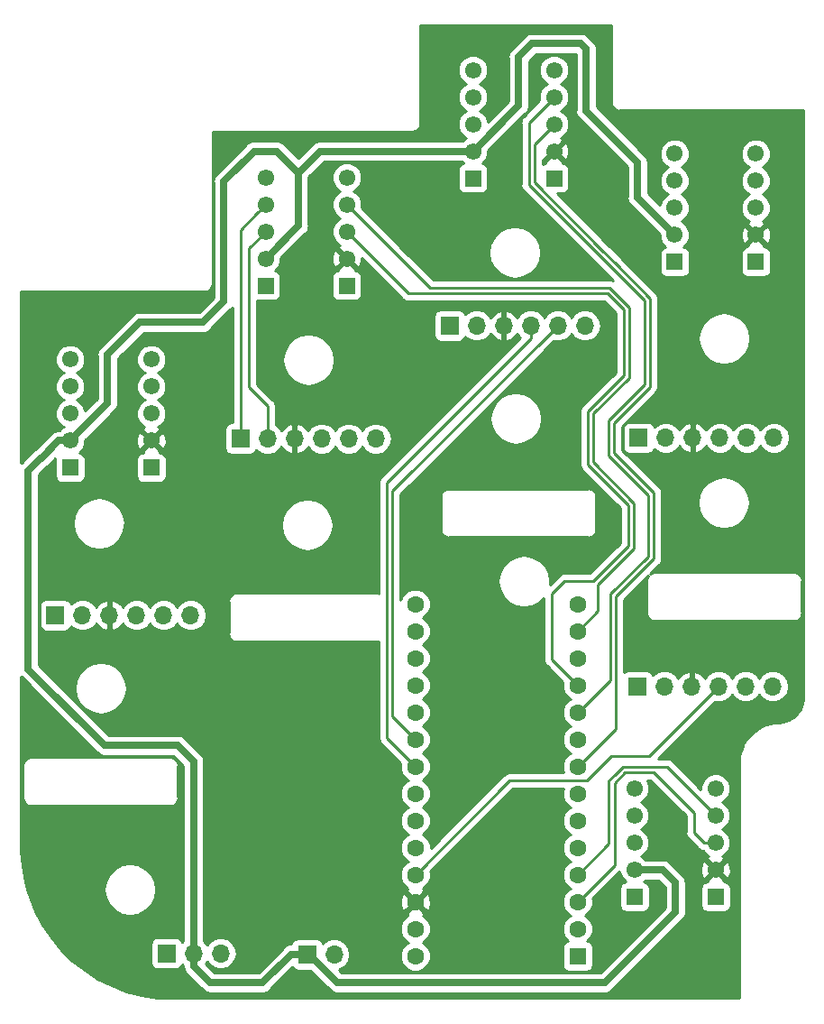
<source format=gbl>
G04 #@! TF.GenerationSoftware,KiCad,Pcbnew,(5.0.2)-1*
G04 #@! TF.CreationDate,2019-04-05T17:45:13+02:00*
G04 #@! TF.ProjectId,DorsalTPMG90,446f7273-616c-4545-904d-4739302e6b69,v01*
G04 #@! TF.SameCoordinates,Original*
G04 #@! TF.FileFunction,Copper,L2,Bot*
G04 #@! TF.FilePolarity,Positive*
%FSLAX46Y46*%
G04 Gerber Fmt 4.6, Leading zero omitted, Abs format (unit mm)*
G04 Created by KiCad (PCBNEW (5.0.2)-1) date 05/04/2019 17:45:13*
%MOMM*%
%LPD*%
G01*
G04 APERTURE LIST*
G04 #@! TA.AperFunction,ComponentPad*
%ADD10R,1.550000X1.550000*%
G04 #@! TD*
G04 #@! TA.AperFunction,ComponentPad*
%ADD11C,1.550000*%
G04 #@! TD*
G04 #@! TA.AperFunction,ComponentPad*
%ADD12R,1.600000X1.600000*%
G04 #@! TD*
G04 #@! TA.AperFunction,ComponentPad*
%ADD13C,1.600000*%
G04 #@! TD*
G04 #@! TA.AperFunction,ComponentPad*
%ADD14R,1.700000X1.700000*%
G04 #@! TD*
G04 #@! TA.AperFunction,ComponentPad*
%ADD15O,1.700000X1.700000*%
G04 #@! TD*
G04 #@! TA.AperFunction,Conductor*
%ADD16C,0.676000*%
G04 #@! TD*
G04 #@! TA.AperFunction,Conductor*
%ADD17C,0.254000*%
G04 #@! TD*
G04 APERTURE END LIST*
D10*
G04 #@! TO.P,U3,1*
G04 #@! TO.N,GND*
X141864080Y-73280000D03*
D11*
G04 #@! TO.P,U3,2*
G04 #@! TO.N,+3V3*
X141864080Y-70740000D03*
G04 #@! TO.P,U3,3*
G04 #@! TO.N,P9*
X141864080Y-68200000D03*
G04 #@! TO.P,U3,4*
G04 #@! TO.N,P11*
X141864080Y-65660000D03*
G04 #@! TO.P,U3,5*
G04 #@! TO.N,Net-(U3-Pad5)*
X141864080Y-63120000D03*
D10*
G04 #@! TO.P,U3,10*
G04 #@! TO.N,GND*
X134244080Y-73280000D03*
D11*
G04 #@! TO.P,U3,6*
G04 #@! TO.N,Net-(U3-Pad6)*
X134244080Y-63120000D03*
G04 #@! TO.P,U3,7*
G04 #@! TO.N,M12*
X134244080Y-65660000D03*
G04 #@! TO.P,U3,8*
G04 #@! TO.N,M22*
X134244080Y-68200000D03*
G04 #@! TO.P,U3,9*
G04 #@! TO.N,Vbat*
X134244080Y-70740000D03*
G04 #@! TD*
D12*
G04 #@! TO.P,U1,1*
G04 #@! TO.N,GND*
X163545000Y-136185000D03*
D13*
G04 #@! TO.P,U1,2*
G04 #@! TO.N,P0*
X163545000Y-133645000D03*
G04 #@! TO.P,U1,3*
G04 #@! TO.N,P1*
X163545000Y-131105000D03*
G04 #@! TO.P,U1,4*
G04 #@! TO.N,P2*
X163545000Y-128565000D03*
G04 #@! TO.P,U1,5*
G04 #@! TO.N,Net-(U1-Pad5)*
X163545000Y-126025000D03*
G04 #@! TO.P,U1,6*
G04 #@! TO.N,Net-(U1-Pad6)*
X163545000Y-123485000D03*
G04 #@! TO.P,U1,7*
G04 #@! TO.N,P5*
X163545000Y-120945000D03*
G04 #@! TO.P,U1,8*
G04 #@! TO.N,P6*
X163545000Y-118405000D03*
G04 #@! TO.P,U1,9*
G04 #@! TO.N,P7*
X163545000Y-115865000D03*
G04 #@! TO.P,U1,10*
G04 #@! TO.N,P8*
X163545000Y-113325000D03*
G04 #@! TO.P,U1,11*
G04 #@! TO.N,P9*
X163545000Y-110785000D03*
G04 #@! TO.P,U1,12*
G04 #@! TO.N,P10*
X163545000Y-108245000D03*
G04 #@! TO.P,U1,13*
G04 #@! TO.N,P11*
X163545000Y-105705000D03*
G04 #@! TO.P,U1,33*
G04 #@! TO.N,Net-(U1-Pad33)*
X148305000Y-136185000D03*
G04 #@! TO.P,U1,32*
G04 #@! TO.N,Net-(U1-Pad32)*
X148305000Y-133645000D03*
G04 #@! TO.P,U1,31*
G04 #@! TO.N,+3V3*
X148305000Y-131105000D03*
G04 #@! TO.P,U1,30*
G04 #@! TO.N,P23*
X148305000Y-128565000D03*
G04 #@! TO.P,U1,29*
G04 #@! TO.N,P22*
X148305000Y-126025000D03*
G04 #@! TO.P,U1,28*
G04 #@! TO.N,P21*
X148305000Y-123485000D03*
G04 #@! TO.P,U1,27*
G04 #@! TO.N,P20*
X148305000Y-120945000D03*
G04 #@! TO.P,U1,26*
G04 #@! TO.N,P19*
X148305000Y-118405000D03*
G04 #@! TO.P,U1,25*
G04 #@! TO.N,P18*
X148305000Y-115865000D03*
G04 #@! TO.P,U1,24*
G04 #@! TO.N,P17*
X148305000Y-113325000D03*
G04 #@! TO.P,U1,23*
G04 #@! TO.N,P16*
X148305000Y-110785000D03*
G04 #@! TO.P,U1,22*
G04 #@! TO.N,P15*
X148305000Y-108245000D03*
G04 #@! TO.P,U1,21*
G04 #@! TO.N,P14*
X148305000Y-105705000D03*
G04 #@! TO.P,U1,14*
G04 #@! TO.N,P12*
X163545000Y-103165000D03*
G04 #@! TO.P,U1,20*
G04 #@! TO.N,Net-(U1-Pad20)*
X148305000Y-103165000D03*
G04 #@! TD*
D11*
G04 #@! TO.P,U6,9*
G04 #@! TO.N,Vbat*
X168890000Y-128090000D03*
G04 #@! TO.P,U6,8*
G04 #@! TO.N,M25*
X168890000Y-125550000D03*
G04 #@! TO.P,U6,7*
G04 #@! TO.N,M15*
X168890000Y-123010000D03*
G04 #@! TO.P,U6,6*
G04 #@! TO.N,Net-(U6-Pad6)*
X168890000Y-120470000D03*
D10*
G04 #@! TO.P,U6,10*
G04 #@! TO.N,GND*
X168890000Y-130630000D03*
D11*
G04 #@! TO.P,U6,5*
G04 #@! TO.N,Net-(U6-Pad5)*
X176510000Y-120470000D03*
G04 #@! TO.P,U6,4*
G04 #@! TO.N,P2*
X176510000Y-123010000D03*
G04 #@! TO.P,U6,3*
G04 #@! TO.N,P1*
X176510000Y-125550000D03*
G04 #@! TO.P,U6,2*
G04 #@! TO.N,+3V3*
X176510000Y-128090000D03*
D10*
G04 #@! TO.P,U6,1*
G04 #@! TO.N,GND*
X176510000Y-130630000D03*
G04 #@! TD*
D11*
G04 #@! TO.P,U5,9*
G04 #@! TO.N,Vbat*
X172659040Y-68501260D03*
G04 #@! TO.P,U5,8*
G04 #@! TO.N,M24*
X172659040Y-65961260D03*
G04 #@! TO.P,U5,7*
G04 #@! TO.N,M14*
X172659040Y-63421260D03*
G04 #@! TO.P,U5,6*
G04 #@! TO.N,Net-(U5-Pad6)*
X172659040Y-60881260D03*
D10*
G04 #@! TO.P,U5,10*
G04 #@! TO.N,GND*
X172659040Y-71041260D03*
D11*
G04 #@! TO.P,U5,5*
G04 #@! TO.N,Net-(U5-Pad5)*
X180279040Y-60881260D03*
G04 #@! TO.P,U5,4*
G04 #@! TO.N,P7*
X180279040Y-63421260D03*
G04 #@! TO.P,U5,3*
G04 #@! TO.N,P5*
X180279040Y-65961260D03*
G04 #@! TO.P,U5,2*
G04 #@! TO.N,+3V3*
X180279040Y-68501260D03*
D10*
G04 #@! TO.P,U5,1*
G04 #@! TO.N,GND*
X180279040Y-71041260D03*
G04 #@! TD*
D14*
G04 #@! TO.P,J1,1*
G04 #@! TO.N,P0*
X124934980Y-135923020D03*
D15*
G04 #@! TO.P,J1,2*
G04 #@! TO.N,Vbat*
X127474980Y-135923020D03*
G04 #@! TO.P,J1,3*
G04 #@! TO.N,GND*
X130014980Y-135923020D03*
G04 #@! TD*
D14*
G04 #@! TO.P,J2,1*
G04 #@! TO.N,M14*
X169275000Y-87550000D03*
D15*
G04 #@! TO.P,J2,2*
G04 #@! TO.N,M24*
X171815000Y-87550000D03*
G04 #@! TO.P,J2,3*
G04 #@! TO.N,+3V3*
X174355000Y-87550000D03*
G04 #@! TO.P,J2,4*
G04 #@! TO.N,P21*
X176895000Y-87550000D03*
G04 #@! TO.P,J2,5*
G04 #@! TO.N,P20*
X179435000Y-87550000D03*
G04 #@! TO.P,J2,6*
G04 #@! TO.N,GND*
X181975000Y-87550000D03*
G04 #@! TD*
D14*
G04 #@! TO.P,J3,1*
G04 #@! TO.N,M15*
X169161460Y-110876080D03*
D15*
G04 #@! TO.P,J3,2*
G04 #@! TO.N,M25*
X171701460Y-110876080D03*
G04 #@! TO.P,J3,3*
G04 #@! TO.N,+3V3*
X174241460Y-110876080D03*
G04 #@! TO.P,J3,4*
G04 #@! TO.N,P23*
X176781460Y-110876080D03*
G04 #@! TO.P,J3,5*
G04 #@! TO.N,P22*
X179321460Y-110876080D03*
G04 #@! TO.P,J3,6*
G04 #@! TO.N,GND*
X181861460Y-110876080D03*
G04 #@! TD*
D14*
G04 #@! TO.P,J4,1*
G04 #@! TO.N,M11*
X114500000Y-104200000D03*
D15*
G04 #@! TO.P,J4,2*
G04 #@! TO.N,M21*
X117040000Y-104200000D03*
G04 #@! TO.P,J4,3*
G04 #@! TO.N,+3V3*
X119580000Y-104200000D03*
G04 #@! TO.P,J4,4*
G04 #@! TO.N,P15*
X122120000Y-104200000D03*
G04 #@! TO.P,J4,5*
G04 #@! TO.N,P14*
X124660000Y-104200000D03*
G04 #@! TO.P,J4,6*
G04 #@! TO.N,GND*
X127200000Y-104200000D03*
G04 #@! TD*
G04 #@! TO.P,J5,6*
G04 #@! TO.N,GND*
X144580000Y-87625000D03*
G04 #@! TO.P,J5,5*
G04 #@! TO.N,P16*
X142040000Y-87625000D03*
G04 #@! TO.P,J5,4*
G04 #@! TO.N,P17*
X139500000Y-87625000D03*
G04 #@! TO.P,J5,3*
G04 #@! TO.N,+3V3*
X136960000Y-87625000D03*
G04 #@! TO.P,J5,2*
G04 #@! TO.N,M22*
X134420000Y-87625000D03*
D14*
G04 #@! TO.P,J5,1*
G04 #@! TO.N,M12*
X131880000Y-87625000D03*
G04 #@! TD*
G04 #@! TO.P,J6,1*
G04 #@! TO.N,M13*
X151525000Y-77025000D03*
D15*
G04 #@! TO.P,J6,2*
G04 #@! TO.N,M23*
X154065000Y-77025000D03*
G04 #@! TO.P,J6,3*
G04 #@! TO.N,+3V3*
X156605000Y-77025000D03*
G04 #@! TO.P,J6,4*
G04 #@! TO.N,P19*
X159145000Y-77025000D03*
G04 #@! TO.P,J6,5*
G04 #@! TO.N,P18*
X161685000Y-77025000D03*
G04 #@! TO.P,J6,6*
G04 #@! TO.N,GND*
X164225000Y-77025000D03*
G04 #@! TD*
D11*
G04 #@! TO.P,U2,9*
G04 #@! TO.N,Vbat*
X115890000Y-87815000D03*
G04 #@! TO.P,U2,8*
G04 #@! TO.N,M21*
X115890000Y-85275000D03*
G04 #@! TO.P,U2,7*
G04 #@! TO.N,M11*
X115890000Y-82735000D03*
G04 #@! TO.P,U2,6*
G04 #@! TO.N,Net-(U2-Pad6)*
X115890000Y-80195000D03*
D10*
G04 #@! TO.P,U2,10*
G04 #@! TO.N,GND*
X115890000Y-90355000D03*
D11*
G04 #@! TO.P,U2,5*
G04 #@! TO.N,Net-(U2-Pad5)*
X123510000Y-80195000D03*
G04 #@! TO.P,U2,4*
G04 #@! TO.N,P12*
X123510000Y-82735000D03*
G04 #@! TO.P,U2,3*
G04 #@! TO.N,P10*
X123510000Y-85275000D03*
G04 #@! TO.P,U2,2*
G04 #@! TO.N,+3V3*
X123510000Y-87815000D03*
D10*
G04 #@! TO.P,U2,1*
G04 #@! TO.N,GND*
X123510000Y-90355000D03*
G04 #@! TD*
G04 #@! TO.P,U4,1*
G04 #@! TO.N,GND*
X161335000Y-63205000D03*
D11*
G04 #@! TO.P,U4,2*
G04 #@! TO.N,+3V3*
X161335000Y-60665000D03*
G04 #@! TO.P,U4,3*
G04 #@! TO.N,P6*
X161335000Y-58125000D03*
G04 #@! TO.P,U4,4*
G04 #@! TO.N,P8*
X161335000Y-55585000D03*
G04 #@! TO.P,U4,5*
G04 #@! TO.N,Net-(U4-Pad5)*
X161335000Y-53045000D03*
D10*
G04 #@! TO.P,U4,10*
G04 #@! TO.N,GND*
X153715000Y-63205000D03*
D11*
G04 #@! TO.P,U4,6*
G04 #@! TO.N,Net-(U4-Pad6)*
X153715000Y-53045000D03*
G04 #@! TO.P,U4,7*
G04 #@! TO.N,M13*
X153715000Y-55585000D03*
G04 #@! TO.P,U4,8*
G04 #@! TO.N,M23*
X153715000Y-58125000D03*
G04 #@! TO.P,U4,9*
G04 #@! TO.N,Vbat*
X153715000Y-60665000D03*
G04 #@! TD*
D14*
G04 #@! TO.P,J7,1*
G04 #@! TO.N,Vbat*
X138135360Y-136039860D03*
D15*
G04 #@! TO.P,J7,2*
G04 #@! TO.N,GND*
X140675360Y-136039860D03*
G04 #@! TD*
D16*
G04 #@! TO.N,Vbat*
X169164000Y-65006220D02*
X172659040Y-68501260D01*
X164338000Y-56896000D02*
X169164000Y-61722000D01*
X157988000Y-56392000D02*
X157988000Y-51816000D01*
X157988000Y-51816000D02*
X159258000Y-50546000D01*
X153715000Y-60665000D02*
X157988000Y-56392000D01*
X159258000Y-50546000D02*
X163830000Y-50546000D01*
X163830000Y-50546000D02*
X164338000Y-51054000D01*
X169164000Y-61722000D02*
X169164000Y-65006220D01*
X164338000Y-51054000D02*
X164338000Y-56896000D01*
X127474980Y-125763020D02*
X127474980Y-135923020D01*
X127474980Y-137125101D02*
X129033879Y-138684000D01*
X127474980Y-135923020D02*
X127474980Y-137125101D01*
X136609360Y-136039860D02*
X138135360Y-136039860D01*
X133965220Y-138684000D02*
X136609360Y-136039860D01*
X129033879Y-138684000D02*
X133965220Y-138684000D01*
X166116000Y-138684000D02*
X172720000Y-132080000D01*
X172720000Y-132080000D02*
X172720000Y-129286000D01*
X171524000Y-128090000D02*
X168890000Y-128090000D01*
X172720000Y-129286000D02*
X171524000Y-128090000D01*
X138135360Y-136039860D02*
X138325860Y-136039860D01*
X140970000Y-138684000D02*
X143002000Y-138684000D01*
X138325860Y-136039860D02*
X140970000Y-138684000D01*
X143002000Y-138684000D02*
X166116000Y-138684000D01*
X130310000Y-63492000D02*
X133137000Y-60665000D01*
X116664999Y-87040001D02*
X116667999Y-87040001D01*
X130310000Y-74780000D02*
X130310000Y-63492000D01*
X115890000Y-87815000D02*
X116664999Y-87040001D01*
X116667999Y-87040001D02*
X119380000Y-84328000D01*
X119380000Y-84328000D02*
X119380000Y-79756000D01*
X128382000Y-76708000D02*
X130310000Y-74780000D01*
X119380000Y-79756000D02*
X122428000Y-76708000D01*
X122428000Y-76708000D02*
X128382000Y-76708000D01*
X133137000Y-60665000D02*
X135275000Y-60665000D01*
X137320000Y-62710000D02*
X137320000Y-67664080D01*
X135275000Y-60665000D02*
X137320000Y-62710000D01*
X137320000Y-67664080D02*
X134244080Y-70740000D01*
X137320000Y-62710000D02*
X137320000Y-62690000D01*
X139345000Y-60665000D02*
X153715000Y-60665000D01*
X137320000Y-62690000D02*
X139345000Y-60665000D01*
X114793985Y-87815000D02*
X113160000Y-89448985D01*
X115890000Y-87815000D02*
X114793985Y-87815000D01*
X113160000Y-89448985D02*
X113141015Y-89448985D01*
X113141015Y-89448985D02*
X111950000Y-90640000D01*
X111950000Y-90640000D02*
X111950000Y-109250000D01*
X111950000Y-109250000D02*
X119120000Y-116420000D01*
X119120000Y-116420000D02*
X125960000Y-116420000D01*
X127474980Y-117934980D02*
X127474980Y-125763020D01*
X125960000Y-116420000D02*
X127474980Y-117934980D01*
D17*
G04 #@! TO.N,P23*
X176781460Y-110876080D02*
X170237540Y-117420000D01*
X166721566Y-117420000D02*
X164421566Y-119720000D01*
X170237540Y-117420000D02*
X166721566Y-117420000D01*
X157150000Y-119720000D02*
X148305000Y-128565000D01*
X164421566Y-119720000D02*
X157150000Y-119720000D01*
G04 #@! TO.N,M22*
X134420000Y-84560000D02*
X134420000Y-87625000D01*
X132670000Y-82810000D02*
X134420000Y-84560000D01*
X134244080Y-68200000D02*
X132670000Y-69774080D01*
X132670000Y-69774080D02*
X132670000Y-82810000D01*
G04 #@! TO.N,M12*
X131880000Y-80210000D02*
X131880000Y-80680000D01*
X131880000Y-80680000D02*
X131880000Y-87625000D01*
X133469081Y-66434999D02*
X134244080Y-65660000D01*
X131880000Y-80680000D02*
X131880000Y-68024080D01*
X131880000Y-68024080D02*
X133469081Y-66434999D01*
G04 #@! TO.N,P19*
X159145000Y-78227081D02*
X145640000Y-91732081D01*
X159145000Y-77025000D02*
X159145000Y-78227081D01*
X145640000Y-115740000D02*
X148305000Y-118405000D01*
X145640000Y-91732081D02*
X145640000Y-115740000D01*
G04 #@! TO.N,P18*
X161685000Y-77025000D02*
X146148010Y-92561990D01*
X146148010Y-113708010D02*
X148305000Y-115865000D01*
X146148010Y-92561990D02*
X146148010Y-113708010D01*
G04 #@! TO.N,P11*
X141864080Y-65660000D02*
X149684080Y-73480000D01*
X149684080Y-73480000D02*
X166550000Y-73480000D01*
X166550000Y-73480000D02*
X168390000Y-75320000D01*
X168390000Y-75320000D02*
X168390000Y-81920000D01*
X165031010Y-85278990D02*
X165031010Y-89851010D01*
X168390000Y-81920000D02*
X165031010Y-85278990D01*
X165031010Y-89851010D02*
X168860000Y-93680000D01*
X168860000Y-93680000D02*
X168860000Y-97930000D01*
X168860000Y-97930000D02*
X165440000Y-101350000D01*
X165440000Y-103810000D02*
X163545000Y-105705000D01*
X165440000Y-101350000D02*
X165440000Y-103810000D01*
G04 #@! TO.N,P9*
X161140000Y-108380000D02*
X163545000Y-110785000D01*
X161140000Y-102180000D02*
X161140000Y-108380000D01*
X162300000Y-101020000D02*
X161140000Y-102180000D01*
X168320000Y-97720000D02*
X165020000Y-101020000D01*
X164510000Y-85050000D02*
X164510000Y-90048434D01*
X165020000Y-101020000D02*
X162300000Y-101020000D01*
X167850000Y-81710000D02*
X164510000Y-85050000D01*
X142639079Y-68974999D02*
X142639079Y-68979079D01*
X141864080Y-68200000D02*
X142639079Y-68974999D01*
X168320000Y-93858434D02*
X168320000Y-97720000D01*
X164510000Y-90048434D02*
X168320000Y-93858434D01*
X142639079Y-68979079D02*
X147648010Y-73988010D01*
X147648010Y-73988010D02*
X166338010Y-73988010D01*
X166338010Y-73988010D02*
X167850000Y-75500000D01*
X167850000Y-75500000D02*
X167850000Y-81710000D01*
G04 #@! TO.N,P8*
X158961990Y-57958010D02*
X158961990Y-63811990D01*
X161335000Y-55585000D02*
X158961990Y-57958010D01*
X165160000Y-70010000D02*
X165751990Y-70601990D01*
X158961990Y-63811990D02*
X165160000Y-70010000D01*
X166600000Y-71450000D02*
X165160000Y-70010000D01*
X169830000Y-74680000D02*
X166600000Y-71450000D01*
X169830000Y-82546020D02*
X169830000Y-74680000D01*
X169831990Y-82548010D02*
X169830000Y-82546020D01*
X166451990Y-85928010D02*
X169831990Y-82548010D01*
X170150000Y-92920000D02*
X166451990Y-89221990D01*
X165751990Y-111118010D02*
X165761990Y-111118010D01*
X166451990Y-89221990D02*
X166451990Y-85928010D01*
X163545000Y-113325000D02*
X165751990Y-111118010D01*
X165761990Y-111118010D02*
X166600000Y-110280000D01*
X166600000Y-110280000D02*
X166600000Y-102220000D01*
X166600000Y-102220000D02*
X170150000Y-98670000D01*
X170150000Y-98670000D02*
X170150000Y-92920000D01*
G04 #@! TO.N,P6*
X161335000Y-58125000D02*
X159470000Y-59990000D01*
X159470000Y-59990000D02*
X159470000Y-63575802D01*
X159470000Y-63575802D02*
X165894198Y-70000000D01*
X165894198Y-70000000D02*
X166260000Y-70365802D01*
X167108009Y-114841991D02*
X163545000Y-118405000D01*
X170690000Y-98880000D02*
X167108009Y-102461991D01*
X170690000Y-92730000D02*
X170690000Y-98880000D01*
X167108009Y-102461991D02*
X167108009Y-114841991D01*
X166960000Y-89000000D02*
X170690000Y-92730000D01*
X165894198Y-70000000D02*
X167110000Y-71215802D01*
X167110000Y-71215802D02*
X167110000Y-71220000D01*
X170340000Y-74450000D02*
X170340000Y-82780000D01*
X167110000Y-71220000D02*
X170340000Y-74450000D01*
X170340000Y-82780000D02*
X166960000Y-86160000D01*
X166960000Y-86160000D02*
X166960000Y-89000000D01*
G04 #@! TO.N,P2*
X171921990Y-118421990D02*
X176510000Y-123010000D01*
X166470000Y-125640000D02*
X166470000Y-119741566D01*
X163545000Y-128565000D02*
X166470000Y-125640000D01*
X166470000Y-119741566D02*
X167020000Y-119191566D01*
X167020000Y-119191566D02*
X167020000Y-119190000D01*
X167020000Y-119190000D02*
X167788010Y-118421990D01*
X167788010Y-118421990D02*
X171921990Y-118421990D01*
G04 #@! TO.N,P1*
X175413985Y-125550000D02*
X176510000Y-125550000D01*
X174460000Y-124596015D02*
X175413985Y-125550000D01*
X174460000Y-122710000D02*
X174460000Y-124596015D01*
X163545000Y-131105000D02*
X167000000Y-127650000D01*
X167000000Y-127650000D02*
X167000000Y-119930000D01*
X167000000Y-119930000D02*
X168000000Y-118930000D01*
X170680000Y-118930000D02*
X174460000Y-122710000D01*
X168000000Y-118930000D02*
X170680000Y-118930000D01*
G04 #@! TD*
G04 #@! TO.N,+3V3*
G36*
X166698620Y-55963190D02*
X166683241Y-56040506D01*
X166744166Y-56346798D01*
X166857461Y-56516355D01*
X166917667Y-56606459D01*
X167177328Y-56779960D01*
X167483620Y-56840885D01*
X167560936Y-56825506D01*
X184698620Y-56825506D01*
X184698621Y-111994888D01*
X184634036Y-112548843D01*
X184459417Y-113029912D01*
X184178812Y-113457905D01*
X183807272Y-113809869D01*
X183364728Y-114066918D01*
X182864636Y-114218382D01*
X182413838Y-114258614D01*
X182410436Y-114259322D01*
X182403585Y-114259597D01*
X181795045Y-114321966D01*
X181758848Y-114329992D01*
X181721887Y-114332968D01*
X181627900Y-114357806D01*
X180968421Y-114576591D01*
X180929877Y-114594568D01*
X180889399Y-114607644D01*
X180803647Y-114653438D01*
X180212187Y-115018069D01*
X180178812Y-115044430D01*
X180142428Y-115066468D01*
X180069512Y-115130761D01*
X179577799Y-115621677D01*
X179551384Y-115655009D01*
X179521046Y-115684825D01*
X179464876Y-115764168D01*
X179099285Y-116355035D01*
X179081247Y-116393548D01*
X179058580Y-116429547D01*
X179022169Y-116519685D01*
X178802315Y-117178807D01*
X178793620Y-117220438D01*
X178779844Y-117260683D01*
X178765146Y-117356779D01*
X178709223Y-117977685D01*
X178695954Y-118044241D01*
X178686265Y-140146900D01*
X125491139Y-140146900D01*
X124012375Y-140070696D01*
X122569292Y-139846005D01*
X121156941Y-139474164D01*
X119790305Y-138959117D01*
X118483837Y-138306313D01*
X117251403Y-137522678D01*
X116106038Y-136616498D01*
X115059902Y-135597398D01*
X114124054Y-134476149D01*
X113308428Y-133264654D01*
X112621647Y-131975722D01*
X112071001Y-130623033D01*
X111874830Y-129950000D01*
X119045000Y-129950000D01*
X119165156Y-130708637D01*
X119513863Y-131393013D01*
X120056987Y-131936137D01*
X120741363Y-132284844D01*
X121500000Y-132405000D01*
X122258637Y-132284844D01*
X122943013Y-131936137D01*
X123486137Y-131393013D01*
X123834844Y-130708637D01*
X123955000Y-129950000D01*
X123834844Y-129191363D01*
X123486137Y-128506987D01*
X122943013Y-127963863D01*
X122258637Y-127615156D01*
X121500000Y-127495000D01*
X120741363Y-127615156D01*
X120056987Y-127963863D01*
X119513863Y-128506987D01*
X119165156Y-129191363D01*
X119045000Y-129950000D01*
X111874830Y-129950000D01*
X111662317Y-129220903D01*
X111399928Y-127784193D01*
X111285126Y-126309036D01*
X111283857Y-126254734D01*
X111281580Y-118300000D01*
X111424621Y-118300000D01*
X111440000Y-118377316D01*
X111440001Y-121222679D01*
X111424621Y-121300000D01*
X111485546Y-121606292D01*
X111659047Y-121865953D01*
X111918708Y-122039454D01*
X112147684Y-122085000D01*
X112225000Y-122100379D01*
X112302316Y-122085000D01*
X125147684Y-122085000D01*
X125225000Y-122100379D01*
X125302316Y-122085000D01*
X125531292Y-122039454D01*
X125790953Y-121865953D01*
X125964454Y-121606292D01*
X126025379Y-121300000D01*
X126010000Y-121222684D01*
X126010000Y-118377316D01*
X126025379Y-118300000D01*
X125964454Y-117993708D01*
X125790953Y-117734047D01*
X125531292Y-117560546D01*
X125302316Y-117515000D01*
X125225000Y-117499621D01*
X125147684Y-117515000D01*
X112302316Y-117515000D01*
X112225000Y-117499621D01*
X112147684Y-117515000D01*
X111918708Y-117560546D01*
X111659047Y-117734047D01*
X111485546Y-117993708D01*
X111424621Y-118300000D01*
X111281580Y-118300000D01*
X111279195Y-109971999D01*
X111329749Y-110005779D01*
X118364221Y-117040251D01*
X118418506Y-117121494D01*
X118740354Y-117336546D01*
X119024168Y-117393000D01*
X119024169Y-117393000D01*
X119119999Y-117412062D01*
X119215829Y-117393000D01*
X125556971Y-117393000D01*
X126501980Y-118338010D01*
X126501981Y-125667184D01*
X126501980Y-125667189D01*
X126501981Y-134787163D01*
X126404355Y-134852395D01*
X126392164Y-134870639D01*
X126383137Y-134825255D01*
X126242789Y-134615211D01*
X126032745Y-134474863D01*
X125784980Y-134425580D01*
X124084980Y-134425580D01*
X123837215Y-134474863D01*
X123627171Y-134615211D01*
X123486823Y-134825255D01*
X123437540Y-135073020D01*
X123437540Y-136773020D01*
X123486823Y-137020785D01*
X123627171Y-137230829D01*
X123837215Y-137371177D01*
X124084980Y-137420460D01*
X125784980Y-137420460D01*
X126032745Y-137371177D01*
X126242789Y-137230829D01*
X126383137Y-137020785D01*
X126392164Y-136975401D01*
X126404355Y-136993645D01*
X126496782Y-137055403D01*
X126482918Y-137125101D01*
X126558434Y-137504746D01*
X126683966Y-137692617D01*
X126773487Y-137826595D01*
X126854729Y-137880879D01*
X128278100Y-139304251D01*
X128332385Y-139385494D01*
X128502995Y-139499492D01*
X128654233Y-139600546D01*
X129033878Y-139676062D01*
X129129710Y-139657000D01*
X133869389Y-139657000D01*
X133965220Y-139676062D01*
X134061051Y-139657000D01*
X134061052Y-139657000D01*
X134344866Y-139600546D01*
X134666714Y-139385494D01*
X134721000Y-139304249D01*
X136767481Y-137257769D01*
X136827551Y-137347669D01*
X137037595Y-137488017D01*
X137285360Y-137537300D01*
X138447271Y-137537300D01*
X140214221Y-139304251D01*
X140268506Y-139385494D01*
X140590354Y-139600546D01*
X140853456Y-139652880D01*
X140970000Y-139676062D01*
X141065831Y-139657000D01*
X166020169Y-139657000D01*
X166116000Y-139676062D01*
X166211831Y-139657000D01*
X166211832Y-139657000D01*
X166495646Y-139600546D01*
X166817494Y-139385494D01*
X166871781Y-139304249D01*
X173340252Y-132835778D01*
X173421494Y-132781494D01*
X173636546Y-132459646D01*
X173693000Y-132175832D01*
X173693000Y-132175831D01*
X173712062Y-132080001D01*
X173693000Y-131984171D01*
X173693000Y-129855000D01*
X175087560Y-129855000D01*
X175087560Y-131405000D01*
X175136843Y-131652765D01*
X175277191Y-131862809D01*
X175487235Y-132003157D01*
X175735000Y-132052440D01*
X177285000Y-132052440D01*
X177532765Y-132003157D01*
X177742809Y-131862809D01*
X177883157Y-131652765D01*
X177932440Y-131405000D01*
X177932440Y-129855000D01*
X177883157Y-129607235D01*
X177742809Y-129397191D01*
X177532765Y-129256843D01*
X177285000Y-129207560D01*
X177282698Y-129207560D01*
X177320028Y-129079633D01*
X176510000Y-128269605D01*
X175699972Y-129079633D01*
X175737302Y-129207560D01*
X175735000Y-129207560D01*
X175487235Y-129256843D01*
X175277191Y-129397191D01*
X175136843Y-129607235D01*
X175087560Y-129855000D01*
X173693000Y-129855000D01*
X173693000Y-129381829D01*
X173712062Y-129285999D01*
X173676210Y-129105759D01*
X173636546Y-128906354D01*
X173421494Y-128584506D01*
X173340251Y-128530221D01*
X172689227Y-127879197D01*
X175087916Y-127879197D01*
X175115494Y-128439451D01*
X175276837Y-128828965D01*
X175520367Y-128900028D01*
X176330395Y-128090000D01*
X176689605Y-128090000D01*
X177499633Y-128900028D01*
X177743163Y-128828965D01*
X177932084Y-128300803D01*
X177904506Y-127740549D01*
X177743163Y-127351035D01*
X177499633Y-127279972D01*
X176689605Y-128090000D01*
X176330395Y-128090000D01*
X175520367Y-127279972D01*
X175276837Y-127351035D01*
X175087916Y-127879197D01*
X172689227Y-127879197D01*
X172279780Y-127469751D01*
X172225494Y-127388506D01*
X171903646Y-127173454D01*
X171619832Y-127117000D01*
X171619831Y-127117000D01*
X171524000Y-127097938D01*
X171428169Y-127117000D01*
X169911042Y-127117000D01*
X169688701Y-126894659D01*
X169508458Y-126820000D01*
X169688701Y-126745341D01*
X170085341Y-126348701D01*
X170300000Y-125830467D01*
X170300000Y-125269533D01*
X170085341Y-124751299D01*
X169688701Y-124354659D01*
X169508458Y-124280000D01*
X169688701Y-124205341D01*
X170085341Y-123808701D01*
X170300000Y-123290467D01*
X170300000Y-122729533D01*
X170085341Y-122211299D01*
X169688701Y-121814659D01*
X169508458Y-121740000D01*
X169688701Y-121665341D01*
X170085341Y-121268701D01*
X170300000Y-120750467D01*
X170300000Y-120189533D01*
X170093916Y-119692000D01*
X170364370Y-119692000D01*
X173698000Y-123025631D01*
X173698001Y-124520967D01*
X173683073Y-124596015D01*
X173742213Y-124893332D01*
X173854597Y-125061526D01*
X173910630Y-125145386D01*
X173974251Y-125187896D01*
X174822103Y-126035749D01*
X174864614Y-126099371D01*
X174928236Y-126141882D01*
X174956437Y-126160725D01*
X175116668Y-126267788D01*
X175295912Y-126303442D01*
X175314659Y-126348701D01*
X175711299Y-126745341D01*
X175875754Y-126813461D01*
X175771035Y-126856837D01*
X175699972Y-127100367D01*
X176510000Y-127910395D01*
X177320028Y-127100367D01*
X177248965Y-126856837D01*
X177136578Y-126816637D01*
X177308701Y-126745341D01*
X177705341Y-126348701D01*
X177920000Y-125830467D01*
X177920000Y-125269533D01*
X177705341Y-124751299D01*
X177308701Y-124354659D01*
X177128458Y-124280000D01*
X177308701Y-124205341D01*
X177705341Y-123808701D01*
X177920000Y-123290467D01*
X177920000Y-122729533D01*
X177705341Y-122211299D01*
X177308701Y-121814659D01*
X177128458Y-121740000D01*
X177308701Y-121665341D01*
X177705341Y-121268701D01*
X177920000Y-120750467D01*
X177920000Y-120189533D01*
X177705341Y-119671299D01*
X177308701Y-119274659D01*
X176790467Y-119060000D01*
X176229533Y-119060000D01*
X175711299Y-119274659D01*
X175314659Y-119671299D01*
X175100000Y-120189533D01*
X175100000Y-120522369D01*
X172513873Y-117936243D01*
X172471361Y-117872619D01*
X172219307Y-117704202D01*
X171997038Y-117659990D01*
X171997033Y-117659990D01*
X171921990Y-117645063D01*
X171846947Y-117659990D01*
X171075180Y-117659990D01*
X176417412Y-112317759D01*
X176635204Y-112361080D01*
X176927716Y-112361080D01*
X177360878Y-112274919D01*
X177852085Y-111946705D01*
X178051460Y-111648319D01*
X178250835Y-111946705D01*
X178742042Y-112274919D01*
X179175204Y-112361080D01*
X179467716Y-112361080D01*
X179900878Y-112274919D01*
X180392085Y-111946705D01*
X180591460Y-111648319D01*
X180790835Y-111946705D01*
X181282042Y-112274919D01*
X181715204Y-112361080D01*
X182007716Y-112361080D01*
X182440878Y-112274919D01*
X182932085Y-111946705D01*
X183260299Y-111455498D01*
X183375552Y-110876080D01*
X183260299Y-110296662D01*
X182932085Y-109805455D01*
X182440878Y-109477241D01*
X182007716Y-109391080D01*
X181715204Y-109391080D01*
X181282042Y-109477241D01*
X180790835Y-109805455D01*
X180591460Y-110103841D01*
X180392085Y-109805455D01*
X179900878Y-109477241D01*
X179467716Y-109391080D01*
X179175204Y-109391080D01*
X178742042Y-109477241D01*
X178250835Y-109805455D01*
X178051460Y-110103841D01*
X177852085Y-109805455D01*
X177360878Y-109477241D01*
X176927716Y-109391080D01*
X176635204Y-109391080D01*
X176202042Y-109477241D01*
X175710835Y-109805455D01*
X175497617Y-110124558D01*
X175436643Y-109994722D01*
X175008384Y-109604435D01*
X174598350Y-109434604D01*
X174368460Y-109555925D01*
X174368460Y-110749080D01*
X174388460Y-110749080D01*
X174388460Y-111003080D01*
X174368460Y-111003080D01*
X174368460Y-111023080D01*
X174114460Y-111023080D01*
X174114460Y-111003080D01*
X174094460Y-111003080D01*
X174094460Y-110749080D01*
X174114460Y-110749080D01*
X174114460Y-109555925D01*
X173884570Y-109434604D01*
X173474536Y-109604435D01*
X173046277Y-109994722D01*
X172985303Y-110124558D01*
X172772085Y-109805455D01*
X172280878Y-109477241D01*
X171847716Y-109391080D01*
X171555204Y-109391080D01*
X171122042Y-109477241D01*
X170630835Y-109805455D01*
X170618644Y-109823699D01*
X170609617Y-109778315D01*
X170469269Y-109568271D01*
X170259225Y-109427923D01*
X170011460Y-109378640D01*
X168311460Y-109378640D01*
X168063695Y-109427923D01*
X167870009Y-109557341D01*
X167870009Y-102777621D01*
X170174572Y-100473059D01*
X170060547Y-100643708D01*
X170015001Y-100872684D01*
X170015000Y-104027315D01*
X170060546Y-104256291D01*
X170234047Y-104515953D01*
X170493708Y-104689454D01*
X170800000Y-104750379D01*
X170877316Y-104735000D01*
X183747684Y-104735000D01*
X183825000Y-104750379D01*
X184131292Y-104689454D01*
X184390953Y-104515953D01*
X184564454Y-104256292D01*
X184610000Y-104027316D01*
X184610000Y-104027315D01*
X184625379Y-103950000D01*
X184610000Y-103872684D01*
X184610000Y-101027316D01*
X184625379Y-100950000D01*
X184564454Y-100643708D01*
X184390953Y-100384047D01*
X184131292Y-100210546D01*
X183902316Y-100165000D01*
X183825000Y-100149621D01*
X183747684Y-100165000D01*
X170877316Y-100165000D01*
X170800000Y-100149621D01*
X170493709Y-100210546D01*
X170323060Y-100324571D01*
X171175749Y-99471882D01*
X171239371Y-99429371D01*
X171281882Y-99365749D01*
X171407787Y-99177319D01*
X171407787Y-99177318D01*
X171407788Y-99177317D01*
X171452000Y-98955048D01*
X171452000Y-98955044D01*
X171466927Y-98880001D01*
X171452000Y-98804958D01*
X171452000Y-93650000D01*
X174820000Y-93650000D01*
X174940156Y-94408637D01*
X175288863Y-95093013D01*
X175831987Y-95636137D01*
X176516363Y-95984844D01*
X177275000Y-96105000D01*
X178033637Y-95984844D01*
X178718013Y-95636137D01*
X179261137Y-95093013D01*
X179609844Y-94408637D01*
X179730000Y-93650000D01*
X179609844Y-92891363D01*
X179261137Y-92206987D01*
X178718013Y-91663863D01*
X178033637Y-91315156D01*
X177275000Y-91195000D01*
X176516363Y-91315156D01*
X175831987Y-91663863D01*
X175288863Y-92206987D01*
X174940156Y-92891363D01*
X174820000Y-93650000D01*
X171452000Y-93650000D01*
X171452000Y-92805047D01*
X171466928Y-92730000D01*
X171445581Y-92622682D01*
X171407788Y-92432683D01*
X171239371Y-92180629D01*
X171175750Y-92138119D01*
X167722000Y-88684370D01*
X167722000Y-86700000D01*
X167777560Y-86700000D01*
X167777560Y-88400000D01*
X167826843Y-88647765D01*
X167967191Y-88857809D01*
X168177235Y-88998157D01*
X168425000Y-89047440D01*
X170125000Y-89047440D01*
X170372765Y-88998157D01*
X170582809Y-88857809D01*
X170723157Y-88647765D01*
X170732184Y-88602381D01*
X170744375Y-88620625D01*
X171235582Y-88948839D01*
X171668744Y-89035000D01*
X171961256Y-89035000D01*
X172394418Y-88948839D01*
X172885625Y-88620625D01*
X173098843Y-88301522D01*
X173159817Y-88431358D01*
X173588076Y-88821645D01*
X173998110Y-88991476D01*
X174228000Y-88870155D01*
X174228000Y-87677000D01*
X174208000Y-87677000D01*
X174208000Y-87423000D01*
X174228000Y-87423000D01*
X174228000Y-86229845D01*
X174482000Y-86229845D01*
X174482000Y-87423000D01*
X174502000Y-87423000D01*
X174502000Y-87677000D01*
X174482000Y-87677000D01*
X174482000Y-88870155D01*
X174711890Y-88991476D01*
X175121924Y-88821645D01*
X175550183Y-88431358D01*
X175611157Y-88301522D01*
X175824375Y-88620625D01*
X176315582Y-88948839D01*
X176748744Y-89035000D01*
X177041256Y-89035000D01*
X177474418Y-88948839D01*
X177965625Y-88620625D01*
X178165000Y-88322239D01*
X178364375Y-88620625D01*
X178855582Y-88948839D01*
X179288744Y-89035000D01*
X179581256Y-89035000D01*
X180014418Y-88948839D01*
X180505625Y-88620625D01*
X180705000Y-88322239D01*
X180904375Y-88620625D01*
X181395582Y-88948839D01*
X181828744Y-89035000D01*
X182121256Y-89035000D01*
X182554418Y-88948839D01*
X183045625Y-88620625D01*
X183373839Y-88129418D01*
X183489092Y-87550000D01*
X183373839Y-86970582D01*
X183045625Y-86479375D01*
X182554418Y-86151161D01*
X182121256Y-86065000D01*
X181828744Y-86065000D01*
X181395582Y-86151161D01*
X180904375Y-86479375D01*
X180705000Y-86777761D01*
X180505625Y-86479375D01*
X180014418Y-86151161D01*
X179581256Y-86065000D01*
X179288744Y-86065000D01*
X178855582Y-86151161D01*
X178364375Y-86479375D01*
X178165000Y-86777761D01*
X177965625Y-86479375D01*
X177474418Y-86151161D01*
X177041256Y-86065000D01*
X176748744Y-86065000D01*
X176315582Y-86151161D01*
X175824375Y-86479375D01*
X175611157Y-86798478D01*
X175550183Y-86668642D01*
X175121924Y-86278355D01*
X174711890Y-86108524D01*
X174482000Y-86229845D01*
X174228000Y-86229845D01*
X173998110Y-86108524D01*
X173588076Y-86278355D01*
X173159817Y-86668642D01*
X173098843Y-86798478D01*
X172885625Y-86479375D01*
X172394418Y-86151161D01*
X171961256Y-86065000D01*
X171668744Y-86065000D01*
X171235582Y-86151161D01*
X170744375Y-86479375D01*
X170732184Y-86497619D01*
X170723157Y-86452235D01*
X170582809Y-86242191D01*
X170372765Y-86101843D01*
X170125000Y-86052560D01*
X168425000Y-86052560D01*
X168177235Y-86101843D01*
X167967191Y-86242191D01*
X167826843Y-86452235D01*
X167777560Y-86700000D01*
X167722000Y-86700000D01*
X167722000Y-86475630D01*
X170825749Y-83371882D01*
X170889371Y-83329371D01*
X171057788Y-83077317D01*
X171102000Y-82855048D01*
X171102000Y-82855047D01*
X171116928Y-82780000D01*
X171102000Y-82704953D01*
X171102000Y-78225000D01*
X174845000Y-78225000D01*
X174965156Y-78983637D01*
X175313863Y-79668013D01*
X175856987Y-80211137D01*
X176541363Y-80559844D01*
X177300000Y-80680000D01*
X178058637Y-80559844D01*
X178743013Y-80211137D01*
X179286137Y-79668013D01*
X179634844Y-78983637D01*
X179755000Y-78225000D01*
X179634844Y-77466363D01*
X179286137Y-76781987D01*
X178743013Y-76238863D01*
X178058637Y-75890156D01*
X177300000Y-75770000D01*
X176541363Y-75890156D01*
X175856987Y-76238863D01*
X175313863Y-76781987D01*
X174965156Y-77466363D01*
X174845000Y-78225000D01*
X171102000Y-78225000D01*
X171102000Y-74525047D01*
X171116928Y-74450000D01*
X171087641Y-74302765D01*
X171057788Y-74152683D01*
X170947757Y-73988010D01*
X170931882Y-73964251D01*
X170889371Y-73900629D01*
X170825750Y-73858119D01*
X167710337Y-70742707D01*
X167659371Y-70666431D01*
X167595750Y-70623921D01*
X166486082Y-69514254D01*
X166486080Y-69514251D01*
X161599268Y-64627440D01*
X162110000Y-64627440D01*
X162357765Y-64578157D01*
X162567809Y-64437809D01*
X162708157Y-64227765D01*
X162757440Y-63980000D01*
X162757440Y-62430000D01*
X162708157Y-62182235D01*
X162567809Y-61972191D01*
X162357765Y-61831843D01*
X162110000Y-61782560D01*
X162107698Y-61782560D01*
X162145028Y-61654633D01*
X161335000Y-60844605D01*
X160524972Y-61654633D01*
X160562302Y-61782560D01*
X160560000Y-61782560D01*
X160312235Y-61831843D01*
X160232000Y-61885455D01*
X160232000Y-61441947D01*
X160345367Y-61475028D01*
X161155395Y-60665000D01*
X161514605Y-60665000D01*
X162324633Y-61475028D01*
X162568163Y-61403965D01*
X162757084Y-60875803D01*
X162729506Y-60315549D01*
X162568163Y-59926035D01*
X162324633Y-59854972D01*
X161514605Y-60665000D01*
X161155395Y-60665000D01*
X161141253Y-60650858D01*
X161320858Y-60471253D01*
X161335000Y-60485395D01*
X162145028Y-59675367D01*
X162073965Y-59431837D01*
X161961578Y-59391637D01*
X162133701Y-59320341D01*
X162530341Y-58923701D01*
X162745000Y-58405467D01*
X162745000Y-57844533D01*
X162530341Y-57326299D01*
X162133701Y-56929659D01*
X161953458Y-56855000D01*
X162133701Y-56780341D01*
X162530341Y-56383701D01*
X162745000Y-55865467D01*
X162745000Y-55304533D01*
X162530341Y-54786299D01*
X162133701Y-54389659D01*
X161953458Y-54315000D01*
X162133701Y-54240341D01*
X162530341Y-53843701D01*
X162745000Y-53325467D01*
X162745000Y-52764533D01*
X162530341Y-52246299D01*
X162133701Y-51849659D01*
X161615467Y-51635000D01*
X161054533Y-51635000D01*
X160536299Y-51849659D01*
X160139659Y-52246299D01*
X159925000Y-52764533D01*
X159925000Y-53325467D01*
X160139659Y-53843701D01*
X160536299Y-54240341D01*
X160716542Y-54315000D01*
X160536299Y-54389659D01*
X160139659Y-54786299D01*
X159925000Y-55304533D01*
X159925000Y-55865467D01*
X159940202Y-55902168D01*
X158476243Y-57366127D01*
X158412619Y-57408639D01*
X158244202Y-57660694D01*
X158199990Y-57882963D01*
X158199990Y-57882967D01*
X158185063Y-57958010D01*
X158199990Y-58033053D01*
X158199991Y-63736942D01*
X158185063Y-63811990D01*
X158244203Y-64109307D01*
X158367337Y-64293590D01*
X158412620Y-64361361D01*
X158476241Y-64403871D01*
X164674251Y-70601882D01*
X164674254Y-70601884D01*
X165266241Y-71193872D01*
X165266243Y-71193873D01*
X166114251Y-72041882D01*
X166114254Y-72041884D01*
X166831420Y-72759050D01*
X166625048Y-72718000D01*
X166625043Y-72718000D01*
X166550000Y-72703073D01*
X166474957Y-72718000D01*
X149999711Y-72718000D01*
X147431711Y-70150000D01*
X155195000Y-70150000D01*
X155315156Y-70908637D01*
X155663863Y-71593013D01*
X156206987Y-72136137D01*
X156891363Y-72484844D01*
X157650000Y-72605000D01*
X158408637Y-72484844D01*
X159093013Y-72136137D01*
X159636137Y-71593013D01*
X159984844Y-70908637D01*
X160105000Y-70150000D01*
X159984844Y-69391363D01*
X159636137Y-68706987D01*
X159093013Y-68163863D01*
X158408637Y-67815156D01*
X157650000Y-67695000D01*
X156891363Y-67815156D01*
X156206987Y-68163863D01*
X155663863Y-68706987D01*
X155315156Y-69391363D01*
X155195000Y-70150000D01*
X147431711Y-70150000D01*
X143258878Y-65977168D01*
X143274080Y-65940467D01*
X143274080Y-65379533D01*
X143059421Y-64861299D01*
X142662781Y-64464659D01*
X142482538Y-64390000D01*
X142662781Y-64315341D01*
X143059421Y-63918701D01*
X143274080Y-63400467D01*
X143274080Y-62839533D01*
X143059421Y-62321299D01*
X142662781Y-61924659D01*
X142144547Y-61710000D01*
X141583613Y-61710000D01*
X141065379Y-61924659D01*
X140668739Y-62321299D01*
X140454080Y-62839533D01*
X140454080Y-63400467D01*
X140668739Y-63918701D01*
X141065379Y-64315341D01*
X141245622Y-64390000D01*
X141065379Y-64464659D01*
X140668739Y-64861299D01*
X140454080Y-65379533D01*
X140454080Y-65940467D01*
X140668739Y-66458701D01*
X141065379Y-66855341D01*
X141245622Y-66930000D01*
X141065379Y-67004659D01*
X140668739Y-67401299D01*
X140454080Y-67919533D01*
X140454080Y-68480467D01*
X140668739Y-68998701D01*
X141065379Y-69395341D01*
X141229834Y-69463461D01*
X141125115Y-69506837D01*
X141054052Y-69750367D01*
X141864080Y-70560395D01*
X141878223Y-70546253D01*
X142057828Y-70725858D01*
X142043685Y-70740000D01*
X142853713Y-71550028D01*
X143097243Y-71478965D01*
X143286164Y-70950803D01*
X143273376Y-70691006D01*
X147056127Y-74473758D01*
X147098639Y-74537381D01*
X147162261Y-74579892D01*
X147350691Y-74705797D01*
X147350692Y-74705797D01*
X147350693Y-74705798D01*
X147572962Y-74750010D01*
X147572966Y-74750010D01*
X147648009Y-74764937D01*
X147723052Y-74750010D01*
X166022380Y-74750010D01*
X167088000Y-75815631D01*
X167088001Y-81394368D01*
X164024253Y-84458117D01*
X163960629Y-84500629D01*
X163792212Y-84752684D01*
X163748000Y-84974953D01*
X163748000Y-84974957D01*
X163733073Y-85050000D01*
X163748000Y-85125043D01*
X163748001Y-89973386D01*
X163733073Y-90048434D01*
X163792213Y-90345751D01*
X163855888Y-90441047D01*
X163960630Y-90597805D01*
X164024251Y-90640315D01*
X167558000Y-94174065D01*
X167558001Y-97404368D01*
X164704370Y-100258000D01*
X162375047Y-100258000D01*
X162300000Y-100243072D01*
X162224953Y-100258000D01*
X162224952Y-100258000D01*
X162002683Y-100302212D01*
X161750629Y-100470629D01*
X161708118Y-100534251D01*
X160930625Y-101311745D01*
X160980000Y-101000000D01*
X160859844Y-100241363D01*
X160511137Y-99556987D01*
X159968013Y-99013863D01*
X159283637Y-98665156D01*
X158525000Y-98545000D01*
X157766363Y-98665156D01*
X157081987Y-99013863D01*
X156538863Y-99556987D01*
X156190156Y-100241363D01*
X156070000Y-101000000D01*
X156190156Y-101758637D01*
X156538863Y-102443013D01*
X157081987Y-102986137D01*
X157766363Y-103334844D01*
X158525000Y-103455000D01*
X159283637Y-103334844D01*
X159968013Y-102986137D01*
X160378000Y-102576150D01*
X160378001Y-108304952D01*
X160363073Y-108380000D01*
X160378001Y-108455048D01*
X160422213Y-108677317D01*
X160590630Y-108929371D01*
X160654251Y-108971881D01*
X162131068Y-110448699D01*
X162110000Y-110499561D01*
X162110000Y-111070439D01*
X162328466Y-111597862D01*
X162732138Y-112001534D01*
X162861216Y-112055000D01*
X162732138Y-112108466D01*
X162328466Y-112512138D01*
X162110000Y-113039561D01*
X162110000Y-113610439D01*
X162328466Y-114137862D01*
X162732138Y-114541534D01*
X162861216Y-114595000D01*
X162732138Y-114648466D01*
X162328466Y-115052138D01*
X162110000Y-115579561D01*
X162110000Y-116150439D01*
X162328466Y-116677862D01*
X162732138Y-117081534D01*
X162861216Y-117135000D01*
X162732138Y-117188466D01*
X162328466Y-117592138D01*
X162110000Y-118119561D01*
X162110000Y-118690439D01*
X162220828Y-118958000D01*
X157225043Y-118958000D01*
X157150000Y-118943073D01*
X157074957Y-118958000D01*
X157074952Y-118958000D01*
X156852683Y-119002212D01*
X156766197Y-119060000D01*
X156672230Y-119122787D01*
X156600629Y-119170629D01*
X156558118Y-119234251D01*
X149740000Y-126052370D01*
X149740000Y-125739561D01*
X149521534Y-125212138D01*
X149117862Y-124808466D01*
X148988784Y-124755000D01*
X149117862Y-124701534D01*
X149521534Y-124297862D01*
X149740000Y-123770439D01*
X149740000Y-123199561D01*
X149521534Y-122672138D01*
X149117862Y-122268466D01*
X148988784Y-122215000D01*
X149117862Y-122161534D01*
X149521534Y-121757862D01*
X149740000Y-121230439D01*
X149740000Y-120659561D01*
X149521534Y-120132138D01*
X149117862Y-119728466D01*
X148988784Y-119675000D01*
X149117862Y-119621534D01*
X149521534Y-119217862D01*
X149740000Y-118690439D01*
X149740000Y-118119561D01*
X149521534Y-117592138D01*
X149117862Y-117188466D01*
X148988784Y-117135000D01*
X149117862Y-117081534D01*
X149521534Y-116677862D01*
X149740000Y-116150439D01*
X149740000Y-115579561D01*
X149521534Y-115052138D01*
X149117862Y-114648466D01*
X148988784Y-114595000D01*
X149117862Y-114541534D01*
X149521534Y-114137862D01*
X149740000Y-113610439D01*
X149740000Y-113039561D01*
X149521534Y-112512138D01*
X149117862Y-112108466D01*
X148988784Y-112055000D01*
X149117862Y-112001534D01*
X149521534Y-111597862D01*
X149740000Y-111070439D01*
X149740000Y-110499561D01*
X149521534Y-109972138D01*
X149117862Y-109568466D01*
X148988784Y-109515000D01*
X149117862Y-109461534D01*
X149521534Y-109057862D01*
X149740000Y-108530439D01*
X149740000Y-107959561D01*
X149521534Y-107432138D01*
X149117862Y-107028466D01*
X148988784Y-106975000D01*
X149117862Y-106921534D01*
X149521534Y-106517862D01*
X149740000Y-105990439D01*
X149740000Y-105419561D01*
X149521534Y-104892138D01*
X149117862Y-104488466D01*
X148988784Y-104435000D01*
X149117862Y-104381534D01*
X149521534Y-103977862D01*
X149740000Y-103450439D01*
X149740000Y-102879561D01*
X149521534Y-102352138D01*
X149117862Y-101948466D01*
X148590439Y-101730000D01*
X148019561Y-101730000D01*
X147492138Y-101948466D01*
X147088466Y-102352138D01*
X146910010Y-102782968D01*
X146910010Y-93100000D01*
X150674621Y-93100000D01*
X150690001Y-93177321D01*
X150690000Y-96177315D01*
X150735546Y-96406291D01*
X150909047Y-96665953D01*
X151168708Y-96839454D01*
X151475000Y-96900379D01*
X151552316Y-96885000D01*
X164422684Y-96885000D01*
X164500000Y-96900379D01*
X164806292Y-96839454D01*
X165065953Y-96665953D01*
X165239454Y-96406292D01*
X165285000Y-96177316D01*
X165285000Y-96177315D01*
X165300379Y-96100000D01*
X165285000Y-96022684D01*
X165285000Y-93022684D01*
X165239454Y-92793708D01*
X165065953Y-92534047D01*
X164806291Y-92360546D01*
X164500000Y-92299621D01*
X164422684Y-92315000D01*
X151552316Y-92315000D01*
X151475000Y-92299621D01*
X151397684Y-92315000D01*
X151168708Y-92360546D01*
X150909047Y-92534047D01*
X150735546Y-92793708D01*
X150674621Y-93100000D01*
X146910010Y-93100000D01*
X146910010Y-92877620D01*
X154062630Y-85725000D01*
X155295000Y-85725000D01*
X155415156Y-86483637D01*
X155763863Y-87168013D01*
X156306987Y-87711137D01*
X156991363Y-88059844D01*
X157750000Y-88180000D01*
X158508637Y-88059844D01*
X159193013Y-87711137D01*
X159736137Y-87168013D01*
X160084844Y-86483637D01*
X160205000Y-85725000D01*
X160084844Y-84966363D01*
X159736137Y-84281987D01*
X159193013Y-83738863D01*
X158508637Y-83390156D01*
X157750000Y-83270000D01*
X156991363Y-83390156D01*
X156306987Y-83738863D01*
X155763863Y-84281987D01*
X155415156Y-84966363D01*
X155295000Y-85725000D01*
X154062630Y-85725000D01*
X161320952Y-78466679D01*
X161538744Y-78510000D01*
X161831256Y-78510000D01*
X162264418Y-78423839D01*
X162755625Y-78095625D01*
X162955000Y-77797239D01*
X163154375Y-78095625D01*
X163645582Y-78423839D01*
X164078744Y-78510000D01*
X164371256Y-78510000D01*
X164804418Y-78423839D01*
X165295625Y-78095625D01*
X165623839Y-77604418D01*
X165739092Y-77025000D01*
X165623839Y-76445582D01*
X165295625Y-75954375D01*
X164804418Y-75626161D01*
X164371256Y-75540000D01*
X164078744Y-75540000D01*
X163645582Y-75626161D01*
X163154375Y-75954375D01*
X162955000Y-76252761D01*
X162755625Y-75954375D01*
X162264418Y-75626161D01*
X161831256Y-75540000D01*
X161538744Y-75540000D01*
X161105582Y-75626161D01*
X160614375Y-75954375D01*
X160415000Y-76252761D01*
X160215625Y-75954375D01*
X159724418Y-75626161D01*
X159291256Y-75540000D01*
X158998744Y-75540000D01*
X158565582Y-75626161D01*
X158074375Y-75954375D01*
X157861157Y-76273478D01*
X157800183Y-76143642D01*
X157371924Y-75753355D01*
X156961890Y-75583524D01*
X156732000Y-75704845D01*
X156732000Y-76898000D01*
X156752000Y-76898000D01*
X156752000Y-77152000D01*
X156732000Y-77152000D01*
X156732000Y-78345155D01*
X156961890Y-78466476D01*
X157371924Y-78296645D01*
X157800183Y-77906358D01*
X157861157Y-77776522D01*
X158074375Y-78095625D01*
X158148977Y-78145473D01*
X145154253Y-91140197D01*
X145090629Y-91182710D01*
X144922212Y-91434765D01*
X144878000Y-91657034D01*
X144878000Y-91657038D01*
X144863073Y-91732081D01*
X144878000Y-91807124D01*
X144878000Y-102150051D01*
X144856292Y-102135546D01*
X144627316Y-102090000D01*
X144550000Y-102074621D01*
X144472684Y-102090000D01*
X131627316Y-102090000D01*
X131550000Y-102074621D01*
X131472684Y-102090000D01*
X131243708Y-102135546D01*
X130984047Y-102309047D01*
X130810546Y-102568708D01*
X130749621Y-102875000D01*
X130765001Y-102952321D01*
X130765000Y-105822684D01*
X130749621Y-105900000D01*
X130810546Y-106206292D01*
X130984047Y-106465953D01*
X131243708Y-106639454D01*
X131472684Y-106685000D01*
X144627316Y-106685000D01*
X144856292Y-106639454D01*
X144878001Y-106624949D01*
X144878001Y-115664952D01*
X144863073Y-115740000D01*
X144922213Y-116037317D01*
X144997799Y-116150439D01*
X145090630Y-116289371D01*
X145154251Y-116331881D01*
X146891068Y-118068699D01*
X146870000Y-118119561D01*
X146870000Y-118690439D01*
X147088466Y-119217862D01*
X147492138Y-119621534D01*
X147621216Y-119675000D01*
X147492138Y-119728466D01*
X147088466Y-120132138D01*
X146870000Y-120659561D01*
X146870000Y-121230439D01*
X147088466Y-121757862D01*
X147492138Y-122161534D01*
X147621216Y-122215000D01*
X147492138Y-122268466D01*
X147088466Y-122672138D01*
X146870000Y-123199561D01*
X146870000Y-123770439D01*
X147088466Y-124297862D01*
X147492138Y-124701534D01*
X147621216Y-124755000D01*
X147492138Y-124808466D01*
X147088466Y-125212138D01*
X146870000Y-125739561D01*
X146870000Y-126310439D01*
X147088466Y-126837862D01*
X147492138Y-127241534D01*
X147621216Y-127295000D01*
X147492138Y-127348466D01*
X147088466Y-127752138D01*
X146870000Y-128279561D01*
X146870000Y-128850439D01*
X147088466Y-129377862D01*
X147492138Y-129781534D01*
X147605583Y-129828525D01*
X147550995Y-129851136D01*
X147476861Y-130097255D01*
X148305000Y-130925395D01*
X149133139Y-130097255D01*
X149059005Y-129851136D01*
X149000552Y-129830126D01*
X149117862Y-129781534D01*
X149521534Y-129377862D01*
X149740000Y-128850439D01*
X149740000Y-128279561D01*
X149718932Y-128228698D01*
X157465631Y-120482000D01*
X162183548Y-120482000D01*
X162110000Y-120659561D01*
X162110000Y-121230439D01*
X162328466Y-121757862D01*
X162732138Y-122161534D01*
X162861216Y-122215000D01*
X162732138Y-122268466D01*
X162328466Y-122672138D01*
X162110000Y-123199561D01*
X162110000Y-123770439D01*
X162328466Y-124297862D01*
X162732138Y-124701534D01*
X162861216Y-124755000D01*
X162732138Y-124808466D01*
X162328466Y-125212138D01*
X162110000Y-125739561D01*
X162110000Y-126310439D01*
X162328466Y-126837862D01*
X162732138Y-127241534D01*
X162861216Y-127295000D01*
X162732138Y-127348466D01*
X162328466Y-127752138D01*
X162110000Y-128279561D01*
X162110000Y-128850439D01*
X162328466Y-129377862D01*
X162732138Y-129781534D01*
X162861216Y-129835000D01*
X162732138Y-129888466D01*
X162328466Y-130292138D01*
X162110000Y-130819561D01*
X162110000Y-131390439D01*
X162328466Y-131917862D01*
X162732138Y-132321534D01*
X162861216Y-132375000D01*
X162732138Y-132428466D01*
X162328466Y-132832138D01*
X162110000Y-133359561D01*
X162110000Y-133930439D01*
X162328466Y-134457862D01*
X162630866Y-134760262D01*
X162497235Y-134786843D01*
X162287191Y-134927191D01*
X162146843Y-135137235D01*
X162097560Y-135385000D01*
X162097560Y-136985000D01*
X162146843Y-137232765D01*
X162287191Y-137442809D01*
X162497235Y-137583157D01*
X162745000Y-137632440D01*
X164345000Y-137632440D01*
X164592765Y-137583157D01*
X164802809Y-137442809D01*
X164943157Y-137232765D01*
X164992440Y-136985000D01*
X164992440Y-135385000D01*
X164943157Y-135137235D01*
X164802809Y-134927191D01*
X164592765Y-134786843D01*
X164459134Y-134760262D01*
X164761534Y-134457862D01*
X164980000Y-133930439D01*
X164980000Y-133359561D01*
X164761534Y-132832138D01*
X164357862Y-132428466D01*
X164228784Y-132375000D01*
X164357862Y-132321534D01*
X164761534Y-131917862D01*
X164980000Y-131390439D01*
X164980000Y-130819561D01*
X164958932Y-130768698D01*
X167480000Y-128247631D01*
X167480000Y-128370467D01*
X167694659Y-128888701D01*
X168030355Y-129224397D01*
X167867235Y-129256843D01*
X167657191Y-129397191D01*
X167516843Y-129607235D01*
X167467560Y-129855000D01*
X167467560Y-131405000D01*
X167516843Y-131652765D01*
X167657191Y-131862809D01*
X167867235Y-132003157D01*
X168115000Y-132052440D01*
X169665000Y-132052440D01*
X169912765Y-132003157D01*
X170122809Y-131862809D01*
X170263157Y-131652765D01*
X170312440Y-131405000D01*
X170312440Y-129855000D01*
X170263157Y-129607235D01*
X170122809Y-129397191D01*
X169912765Y-129256843D01*
X169749645Y-129224397D01*
X169911042Y-129063000D01*
X171120971Y-129063000D01*
X171747001Y-129689031D01*
X171747000Y-131676970D01*
X165712971Y-137711000D01*
X141373030Y-137711000D01*
X141126287Y-137464257D01*
X141254778Y-137438699D01*
X141745985Y-137110485D01*
X142074199Y-136619278D01*
X142189452Y-136039860D01*
X142074199Y-135460442D01*
X141745985Y-134969235D01*
X141254778Y-134641021D01*
X140821616Y-134554860D01*
X140529104Y-134554860D01*
X140095942Y-134641021D01*
X139604735Y-134969235D01*
X139592544Y-134987479D01*
X139583517Y-134942095D01*
X139443169Y-134732051D01*
X139233125Y-134591703D01*
X138985360Y-134542420D01*
X137285360Y-134542420D01*
X137037595Y-134591703D01*
X136827551Y-134732051D01*
X136687203Y-134942095D01*
X136664015Y-135058670D01*
X136609360Y-135047798D01*
X136513528Y-135066860D01*
X136229714Y-135123314D01*
X135907866Y-135338366D01*
X135853581Y-135419609D01*
X133562191Y-137711000D01*
X129436909Y-137711000D01*
X128615279Y-136889371D01*
X128744980Y-136695259D01*
X128944355Y-136993645D01*
X129435562Y-137321859D01*
X129868724Y-137408020D01*
X130161236Y-137408020D01*
X130594398Y-137321859D01*
X131085605Y-136993645D01*
X131413819Y-136502438D01*
X131529072Y-135923020D01*
X131413819Y-135343602D01*
X131085605Y-134852395D01*
X130594398Y-134524181D01*
X130161236Y-134438020D01*
X129868724Y-134438020D01*
X129435562Y-134524181D01*
X128944355Y-134852395D01*
X128744980Y-135150781D01*
X128545605Y-134852395D01*
X128447980Y-134787164D01*
X128447980Y-133359561D01*
X146870000Y-133359561D01*
X146870000Y-133930439D01*
X147088466Y-134457862D01*
X147492138Y-134861534D01*
X147621216Y-134915000D01*
X147492138Y-134968466D01*
X147088466Y-135372138D01*
X146870000Y-135899561D01*
X146870000Y-136470439D01*
X147088466Y-136997862D01*
X147492138Y-137401534D01*
X148019561Y-137620000D01*
X148590439Y-137620000D01*
X149117862Y-137401534D01*
X149521534Y-136997862D01*
X149740000Y-136470439D01*
X149740000Y-135899561D01*
X149521534Y-135372138D01*
X149117862Y-134968466D01*
X148988784Y-134915000D01*
X149117862Y-134861534D01*
X149521534Y-134457862D01*
X149740000Y-133930439D01*
X149740000Y-133359561D01*
X149521534Y-132832138D01*
X149117862Y-132428466D01*
X149004417Y-132381475D01*
X149059005Y-132358864D01*
X149133139Y-132112745D01*
X148305000Y-131284605D01*
X147476861Y-132112745D01*
X147550995Y-132358864D01*
X147609448Y-132379874D01*
X147492138Y-132428466D01*
X147088466Y-132832138D01*
X146870000Y-133359561D01*
X128447980Y-133359561D01*
X128447980Y-130888223D01*
X146858035Y-130888223D01*
X146885222Y-131458454D01*
X147051136Y-131859005D01*
X147297255Y-131933139D01*
X148125395Y-131105000D01*
X148484605Y-131105000D01*
X149312745Y-131933139D01*
X149558864Y-131859005D01*
X149751965Y-131321777D01*
X149724778Y-130751546D01*
X149558864Y-130350995D01*
X149312745Y-130276861D01*
X148484605Y-131105000D01*
X148125395Y-131105000D01*
X147297255Y-130276861D01*
X147051136Y-130350995D01*
X146858035Y-130888223D01*
X128447980Y-130888223D01*
X128447980Y-118030809D01*
X128467042Y-117934979D01*
X128443233Y-117815285D01*
X128391526Y-117555334D01*
X128176474Y-117233486D01*
X128095232Y-117179202D01*
X126715780Y-115799751D01*
X126661494Y-115718506D01*
X126339646Y-115503454D01*
X126055832Y-115447000D01*
X126055831Y-115447000D01*
X125960000Y-115427938D01*
X125864169Y-115447000D01*
X119523030Y-115447000D01*
X115126030Y-111050000D01*
X116320000Y-111050000D01*
X116440156Y-111808637D01*
X116788863Y-112493013D01*
X117331987Y-113036137D01*
X118016363Y-113384844D01*
X118775000Y-113505000D01*
X119533637Y-113384844D01*
X120218013Y-113036137D01*
X120761137Y-112493013D01*
X121109844Y-111808637D01*
X121230000Y-111050000D01*
X121109844Y-110291363D01*
X120761137Y-109606987D01*
X120218013Y-109063863D01*
X119533637Y-108715156D01*
X118775000Y-108595000D01*
X118016363Y-108715156D01*
X117331987Y-109063863D01*
X116788863Y-109606987D01*
X116440156Y-110291363D01*
X116320000Y-111050000D01*
X115126030Y-111050000D01*
X112923000Y-108846971D01*
X112923000Y-103350000D01*
X113002560Y-103350000D01*
X113002560Y-105050000D01*
X113051843Y-105297765D01*
X113192191Y-105507809D01*
X113402235Y-105648157D01*
X113650000Y-105697440D01*
X115350000Y-105697440D01*
X115597765Y-105648157D01*
X115807809Y-105507809D01*
X115948157Y-105297765D01*
X115957184Y-105252381D01*
X115969375Y-105270625D01*
X116460582Y-105598839D01*
X116893744Y-105685000D01*
X117186256Y-105685000D01*
X117619418Y-105598839D01*
X118110625Y-105270625D01*
X118323843Y-104951522D01*
X118384817Y-105081358D01*
X118813076Y-105471645D01*
X119223110Y-105641476D01*
X119453000Y-105520155D01*
X119453000Y-104327000D01*
X119433000Y-104327000D01*
X119433000Y-104073000D01*
X119453000Y-104073000D01*
X119453000Y-102879845D01*
X119707000Y-102879845D01*
X119707000Y-104073000D01*
X119727000Y-104073000D01*
X119727000Y-104327000D01*
X119707000Y-104327000D01*
X119707000Y-105520155D01*
X119936890Y-105641476D01*
X120346924Y-105471645D01*
X120775183Y-105081358D01*
X120836157Y-104951522D01*
X121049375Y-105270625D01*
X121540582Y-105598839D01*
X121973744Y-105685000D01*
X122266256Y-105685000D01*
X122699418Y-105598839D01*
X123190625Y-105270625D01*
X123390000Y-104972239D01*
X123589375Y-105270625D01*
X124080582Y-105598839D01*
X124513744Y-105685000D01*
X124806256Y-105685000D01*
X125239418Y-105598839D01*
X125730625Y-105270625D01*
X125930000Y-104972239D01*
X126129375Y-105270625D01*
X126620582Y-105598839D01*
X127053744Y-105685000D01*
X127346256Y-105685000D01*
X127779418Y-105598839D01*
X128270625Y-105270625D01*
X128598839Y-104779418D01*
X128714092Y-104200000D01*
X128598839Y-103620582D01*
X128270625Y-103129375D01*
X127779418Y-102801161D01*
X127346256Y-102715000D01*
X127053744Y-102715000D01*
X126620582Y-102801161D01*
X126129375Y-103129375D01*
X125930000Y-103427761D01*
X125730625Y-103129375D01*
X125239418Y-102801161D01*
X124806256Y-102715000D01*
X124513744Y-102715000D01*
X124080582Y-102801161D01*
X123589375Y-103129375D01*
X123390000Y-103427761D01*
X123190625Y-103129375D01*
X122699418Y-102801161D01*
X122266256Y-102715000D01*
X121973744Y-102715000D01*
X121540582Y-102801161D01*
X121049375Y-103129375D01*
X120836157Y-103448478D01*
X120775183Y-103318642D01*
X120346924Y-102928355D01*
X119936890Y-102758524D01*
X119707000Y-102879845D01*
X119453000Y-102879845D01*
X119223110Y-102758524D01*
X118813076Y-102928355D01*
X118384817Y-103318642D01*
X118323843Y-103448478D01*
X118110625Y-103129375D01*
X117619418Y-102801161D01*
X117186256Y-102715000D01*
X116893744Y-102715000D01*
X116460582Y-102801161D01*
X115969375Y-103129375D01*
X115957184Y-103147619D01*
X115948157Y-103102235D01*
X115807809Y-102892191D01*
X115597765Y-102751843D01*
X115350000Y-102702560D01*
X113650000Y-102702560D01*
X113402235Y-102751843D01*
X113192191Y-102892191D01*
X113051843Y-103102235D01*
X113002560Y-103350000D01*
X112923000Y-103350000D01*
X112923000Y-95600000D01*
X116120000Y-95600000D01*
X116240156Y-96358637D01*
X116588863Y-97043013D01*
X117131987Y-97586137D01*
X117816363Y-97934844D01*
X118575000Y-98055000D01*
X119333637Y-97934844D01*
X120018013Y-97586137D01*
X120561137Y-97043013D01*
X120909844Y-96358637D01*
X121010201Y-95725000D01*
X135695000Y-95725000D01*
X135815156Y-96483637D01*
X136163863Y-97168013D01*
X136706987Y-97711137D01*
X137391363Y-98059844D01*
X138150000Y-98180000D01*
X138908637Y-98059844D01*
X139593013Y-97711137D01*
X140136137Y-97168013D01*
X140484844Y-96483637D01*
X140605000Y-95725000D01*
X140484844Y-94966363D01*
X140136137Y-94281987D01*
X139593013Y-93738863D01*
X138908637Y-93390156D01*
X138150000Y-93270000D01*
X137391363Y-93390156D01*
X136706987Y-93738863D01*
X136163863Y-94281987D01*
X135815156Y-94966363D01*
X135695000Y-95725000D01*
X121010201Y-95725000D01*
X121030000Y-95600000D01*
X120909844Y-94841363D01*
X120561137Y-94156987D01*
X120018013Y-93613863D01*
X119333637Y-93265156D01*
X118575000Y-93145000D01*
X117816363Y-93265156D01*
X117131987Y-93613863D01*
X116588863Y-94156987D01*
X116240156Y-94841363D01*
X116120000Y-95600000D01*
X112923000Y-95600000D01*
X112923000Y-91043029D01*
X113723037Y-90242993D01*
X113861494Y-90150479D01*
X113915780Y-90069234D01*
X114483090Y-89501924D01*
X114467560Y-89580000D01*
X114467560Y-91130000D01*
X114516843Y-91377765D01*
X114657191Y-91587809D01*
X114867235Y-91728157D01*
X115115000Y-91777440D01*
X116665000Y-91777440D01*
X116912765Y-91728157D01*
X117122809Y-91587809D01*
X117263157Y-91377765D01*
X117312440Y-91130000D01*
X117312440Y-89580000D01*
X122087560Y-89580000D01*
X122087560Y-91130000D01*
X122136843Y-91377765D01*
X122277191Y-91587809D01*
X122487235Y-91728157D01*
X122735000Y-91777440D01*
X124285000Y-91777440D01*
X124532765Y-91728157D01*
X124742809Y-91587809D01*
X124883157Y-91377765D01*
X124932440Y-91130000D01*
X124932440Y-89580000D01*
X124883157Y-89332235D01*
X124742809Y-89122191D01*
X124532765Y-88981843D01*
X124285000Y-88932560D01*
X124282698Y-88932560D01*
X124320028Y-88804633D01*
X123510000Y-87994605D01*
X122699972Y-88804633D01*
X122737302Y-88932560D01*
X122735000Y-88932560D01*
X122487235Y-88981843D01*
X122277191Y-89122191D01*
X122136843Y-89332235D01*
X122087560Y-89580000D01*
X117312440Y-89580000D01*
X117263157Y-89332235D01*
X117122809Y-89122191D01*
X116912765Y-88981843D01*
X116749645Y-88949397D01*
X117085341Y-88613701D01*
X117300000Y-88095467D01*
X117300000Y-87787929D01*
X117369493Y-87741495D01*
X117423779Y-87660250D01*
X117479832Y-87604197D01*
X122087916Y-87604197D01*
X122115494Y-88164451D01*
X122276837Y-88553965D01*
X122520367Y-88625028D01*
X123330395Y-87815000D01*
X123689605Y-87815000D01*
X124499633Y-88625028D01*
X124743163Y-88553965D01*
X124932084Y-88025803D01*
X124904506Y-87465549D01*
X124743163Y-87076035D01*
X124499633Y-87004972D01*
X123689605Y-87815000D01*
X123330395Y-87815000D01*
X122520367Y-87004972D01*
X122276837Y-87076035D01*
X122087916Y-87604197D01*
X117479832Y-87604197D01*
X120000252Y-85083778D01*
X120081494Y-85029494D01*
X120296546Y-84707646D01*
X120353000Y-84423832D01*
X120353000Y-84423831D01*
X120372062Y-84328000D01*
X120353000Y-84232169D01*
X120353000Y-80159029D01*
X120597496Y-79914533D01*
X122100000Y-79914533D01*
X122100000Y-80475467D01*
X122314659Y-80993701D01*
X122711299Y-81390341D01*
X122891542Y-81465000D01*
X122711299Y-81539659D01*
X122314659Y-81936299D01*
X122100000Y-82454533D01*
X122100000Y-83015467D01*
X122314659Y-83533701D01*
X122711299Y-83930341D01*
X122891542Y-84005000D01*
X122711299Y-84079659D01*
X122314659Y-84476299D01*
X122100000Y-84994533D01*
X122100000Y-85555467D01*
X122314659Y-86073701D01*
X122711299Y-86470341D01*
X122875754Y-86538461D01*
X122771035Y-86581837D01*
X122699972Y-86825367D01*
X123510000Y-87635395D01*
X124320028Y-86825367D01*
X124248965Y-86581837D01*
X124136578Y-86541637D01*
X124308701Y-86470341D01*
X124705341Y-86073701D01*
X124920000Y-85555467D01*
X124920000Y-84994533D01*
X124705341Y-84476299D01*
X124308701Y-84079659D01*
X124128458Y-84005000D01*
X124308701Y-83930341D01*
X124705341Y-83533701D01*
X124920000Y-83015467D01*
X124920000Y-82454533D01*
X124705341Y-81936299D01*
X124308701Y-81539659D01*
X124128458Y-81465000D01*
X124308701Y-81390341D01*
X124705341Y-80993701D01*
X124920000Y-80475467D01*
X124920000Y-79914533D01*
X124705341Y-79396299D01*
X124308701Y-78999659D01*
X123790467Y-78785000D01*
X123229533Y-78785000D01*
X122711299Y-78999659D01*
X122314659Y-79396299D01*
X122100000Y-79914533D01*
X120597496Y-79914533D01*
X122831030Y-77681000D01*
X128286169Y-77681000D01*
X128382000Y-77700062D01*
X128477831Y-77681000D01*
X128477832Y-77681000D01*
X128761646Y-77624546D01*
X129083494Y-77409494D01*
X129137780Y-77328249D01*
X130930252Y-75535778D01*
X131011494Y-75481494D01*
X131118000Y-75322096D01*
X131118000Y-80604953D01*
X131118001Y-86127560D01*
X131030000Y-86127560D01*
X130782235Y-86176843D01*
X130572191Y-86317191D01*
X130431843Y-86527235D01*
X130382560Y-86775000D01*
X130382560Y-88475000D01*
X130431843Y-88722765D01*
X130572191Y-88932809D01*
X130782235Y-89073157D01*
X131030000Y-89122440D01*
X132730000Y-89122440D01*
X132977765Y-89073157D01*
X133187809Y-88932809D01*
X133328157Y-88722765D01*
X133337184Y-88677381D01*
X133349375Y-88695625D01*
X133840582Y-89023839D01*
X134273744Y-89110000D01*
X134566256Y-89110000D01*
X134999418Y-89023839D01*
X135490625Y-88695625D01*
X135703843Y-88376522D01*
X135764817Y-88506358D01*
X136193076Y-88896645D01*
X136603110Y-89066476D01*
X136833000Y-88945155D01*
X136833000Y-87752000D01*
X136813000Y-87752000D01*
X136813000Y-87498000D01*
X136833000Y-87498000D01*
X136833000Y-86304845D01*
X137087000Y-86304845D01*
X137087000Y-87498000D01*
X137107000Y-87498000D01*
X137107000Y-87752000D01*
X137087000Y-87752000D01*
X137087000Y-88945155D01*
X137316890Y-89066476D01*
X137726924Y-88896645D01*
X138155183Y-88506358D01*
X138216157Y-88376522D01*
X138429375Y-88695625D01*
X138920582Y-89023839D01*
X139353744Y-89110000D01*
X139646256Y-89110000D01*
X140079418Y-89023839D01*
X140570625Y-88695625D01*
X140770000Y-88397239D01*
X140969375Y-88695625D01*
X141460582Y-89023839D01*
X141893744Y-89110000D01*
X142186256Y-89110000D01*
X142619418Y-89023839D01*
X143110625Y-88695625D01*
X143310000Y-88397239D01*
X143509375Y-88695625D01*
X144000582Y-89023839D01*
X144433744Y-89110000D01*
X144726256Y-89110000D01*
X145159418Y-89023839D01*
X145650625Y-88695625D01*
X145978839Y-88204418D01*
X146094092Y-87625000D01*
X145978839Y-87045582D01*
X145650625Y-86554375D01*
X145159418Y-86226161D01*
X144726256Y-86140000D01*
X144433744Y-86140000D01*
X144000582Y-86226161D01*
X143509375Y-86554375D01*
X143310000Y-86852761D01*
X143110625Y-86554375D01*
X142619418Y-86226161D01*
X142186256Y-86140000D01*
X141893744Y-86140000D01*
X141460582Y-86226161D01*
X140969375Y-86554375D01*
X140770000Y-86852761D01*
X140570625Y-86554375D01*
X140079418Y-86226161D01*
X139646256Y-86140000D01*
X139353744Y-86140000D01*
X138920582Y-86226161D01*
X138429375Y-86554375D01*
X138216157Y-86873478D01*
X138155183Y-86743642D01*
X137726924Y-86353355D01*
X137316890Y-86183524D01*
X137087000Y-86304845D01*
X136833000Y-86304845D01*
X136603110Y-86183524D01*
X136193076Y-86353355D01*
X135764817Y-86743642D01*
X135703843Y-86873478D01*
X135490625Y-86554375D01*
X135182000Y-86348158D01*
X135182000Y-84635047D01*
X135196928Y-84560000D01*
X135150780Y-84328000D01*
X135137788Y-84262683D01*
X134969371Y-84010629D01*
X134905750Y-83968119D01*
X133432000Y-82494370D01*
X133432000Y-80225000D01*
X135820000Y-80225000D01*
X135940156Y-80983637D01*
X136288863Y-81668013D01*
X136831987Y-82211137D01*
X137516363Y-82559844D01*
X138275000Y-82680000D01*
X139033637Y-82559844D01*
X139718013Y-82211137D01*
X140261137Y-81668013D01*
X140609844Y-80983637D01*
X140730000Y-80225000D01*
X140609844Y-79466363D01*
X140261137Y-78781987D01*
X139718013Y-78238863D01*
X139033637Y-77890156D01*
X138275000Y-77770000D01*
X137516363Y-77890156D01*
X136831987Y-78238863D01*
X136288863Y-78781987D01*
X135940156Y-79466363D01*
X135820000Y-80225000D01*
X133432000Y-80225000D01*
X133432000Y-76175000D01*
X150027560Y-76175000D01*
X150027560Y-77875000D01*
X150076843Y-78122765D01*
X150217191Y-78332809D01*
X150427235Y-78473157D01*
X150675000Y-78522440D01*
X152375000Y-78522440D01*
X152622765Y-78473157D01*
X152832809Y-78332809D01*
X152973157Y-78122765D01*
X152982184Y-78077381D01*
X152994375Y-78095625D01*
X153485582Y-78423839D01*
X153918744Y-78510000D01*
X154211256Y-78510000D01*
X154644418Y-78423839D01*
X155135625Y-78095625D01*
X155348843Y-77776522D01*
X155409817Y-77906358D01*
X155838076Y-78296645D01*
X156248110Y-78466476D01*
X156478000Y-78345155D01*
X156478000Y-77152000D01*
X156458000Y-77152000D01*
X156458000Y-76898000D01*
X156478000Y-76898000D01*
X156478000Y-75704845D01*
X156248110Y-75583524D01*
X155838076Y-75753355D01*
X155409817Y-76143642D01*
X155348843Y-76273478D01*
X155135625Y-75954375D01*
X154644418Y-75626161D01*
X154211256Y-75540000D01*
X153918744Y-75540000D01*
X153485582Y-75626161D01*
X152994375Y-75954375D01*
X152982184Y-75972619D01*
X152973157Y-75927235D01*
X152832809Y-75717191D01*
X152622765Y-75576843D01*
X152375000Y-75527560D01*
X150675000Y-75527560D01*
X150427235Y-75576843D01*
X150217191Y-75717191D01*
X150076843Y-75927235D01*
X150027560Y-76175000D01*
X133432000Y-76175000D01*
X133432000Y-74695064D01*
X133469080Y-74702440D01*
X135019080Y-74702440D01*
X135266845Y-74653157D01*
X135476889Y-74512809D01*
X135617237Y-74302765D01*
X135666520Y-74055000D01*
X135666520Y-72505000D01*
X140441640Y-72505000D01*
X140441640Y-74055000D01*
X140490923Y-74302765D01*
X140631271Y-74512809D01*
X140841315Y-74653157D01*
X141089080Y-74702440D01*
X142639080Y-74702440D01*
X142886845Y-74653157D01*
X143096889Y-74512809D01*
X143237237Y-74302765D01*
X143286520Y-74055000D01*
X143286520Y-72505000D01*
X143237237Y-72257235D01*
X143096889Y-72047191D01*
X142886845Y-71906843D01*
X142639080Y-71857560D01*
X142636778Y-71857560D01*
X142674108Y-71729633D01*
X141864080Y-70919605D01*
X141054052Y-71729633D01*
X141091382Y-71857560D01*
X141089080Y-71857560D01*
X140841315Y-71906843D01*
X140631271Y-72047191D01*
X140490923Y-72257235D01*
X140441640Y-72505000D01*
X135666520Y-72505000D01*
X135617237Y-72257235D01*
X135476889Y-72047191D01*
X135266845Y-71906843D01*
X135103725Y-71874397D01*
X135439421Y-71538701D01*
X135654080Y-71020467D01*
X135654080Y-70706029D01*
X135830912Y-70529197D01*
X140441996Y-70529197D01*
X140469574Y-71089451D01*
X140630917Y-71478965D01*
X140874447Y-71550028D01*
X141684475Y-70740000D01*
X140874447Y-69929972D01*
X140630917Y-70001035D01*
X140441996Y-70529197D01*
X135830912Y-70529197D01*
X137940251Y-68419859D01*
X138021494Y-68365574D01*
X138236546Y-68043726D01*
X138293000Y-67759912D01*
X138312062Y-67664080D01*
X138293000Y-67568249D01*
X138293000Y-63093029D01*
X139748030Y-61638000D01*
X152693958Y-61638000D01*
X152855355Y-61799397D01*
X152692235Y-61831843D01*
X152482191Y-61972191D01*
X152341843Y-62182235D01*
X152292560Y-62430000D01*
X152292560Y-63980000D01*
X152341843Y-64227765D01*
X152482191Y-64437809D01*
X152692235Y-64578157D01*
X152940000Y-64627440D01*
X154490000Y-64627440D01*
X154737765Y-64578157D01*
X154947809Y-64437809D01*
X155088157Y-64227765D01*
X155137440Y-63980000D01*
X155137440Y-62430000D01*
X155088157Y-62182235D01*
X154947809Y-61972191D01*
X154737765Y-61831843D01*
X154574645Y-61799397D01*
X154910341Y-61463701D01*
X155125000Y-60945467D01*
X155125000Y-60631029D01*
X158608252Y-57147778D01*
X158689494Y-57093494D01*
X158904546Y-56771646D01*
X158961000Y-56487832D01*
X158961000Y-56487831D01*
X158980062Y-56392000D01*
X158961000Y-56296169D01*
X158961000Y-52219029D01*
X159661030Y-51519000D01*
X163365000Y-51519000D01*
X163365001Y-56800164D01*
X163345938Y-56896000D01*
X163421454Y-57275645D01*
X163554360Y-57474553D01*
X163636507Y-57597494D01*
X163717749Y-57651778D01*
X168191000Y-62125030D01*
X168191001Y-64910384D01*
X168171938Y-65006220D01*
X168247454Y-65385865D01*
X168247455Y-65385866D01*
X168462507Y-65707714D01*
X168543749Y-65761998D01*
X171249040Y-68467290D01*
X171249040Y-68781727D01*
X171463699Y-69299961D01*
X171799395Y-69635657D01*
X171636275Y-69668103D01*
X171426231Y-69808451D01*
X171285883Y-70018495D01*
X171236600Y-70266260D01*
X171236600Y-71816260D01*
X171285883Y-72064025D01*
X171426231Y-72274069D01*
X171636275Y-72414417D01*
X171884040Y-72463700D01*
X173434040Y-72463700D01*
X173681805Y-72414417D01*
X173891849Y-72274069D01*
X174032197Y-72064025D01*
X174081480Y-71816260D01*
X174081480Y-70266260D01*
X178856600Y-70266260D01*
X178856600Y-71816260D01*
X178905883Y-72064025D01*
X179046231Y-72274069D01*
X179256275Y-72414417D01*
X179504040Y-72463700D01*
X181054040Y-72463700D01*
X181301805Y-72414417D01*
X181511849Y-72274069D01*
X181652197Y-72064025D01*
X181701480Y-71816260D01*
X181701480Y-70266260D01*
X181652197Y-70018495D01*
X181511849Y-69808451D01*
X181301805Y-69668103D01*
X181054040Y-69618820D01*
X181051738Y-69618820D01*
X181089068Y-69490893D01*
X180279040Y-68680865D01*
X179469012Y-69490893D01*
X179506342Y-69618820D01*
X179504040Y-69618820D01*
X179256275Y-69668103D01*
X179046231Y-69808451D01*
X178905883Y-70018495D01*
X178856600Y-70266260D01*
X174081480Y-70266260D01*
X174032197Y-70018495D01*
X173891849Y-69808451D01*
X173681805Y-69668103D01*
X173518685Y-69635657D01*
X173854381Y-69299961D01*
X174069040Y-68781727D01*
X174069040Y-68290457D01*
X178856956Y-68290457D01*
X178884534Y-68850711D01*
X179045877Y-69240225D01*
X179289407Y-69311288D01*
X180099435Y-68501260D01*
X180458645Y-68501260D01*
X181268673Y-69311288D01*
X181512203Y-69240225D01*
X181701124Y-68712063D01*
X181673546Y-68151809D01*
X181512203Y-67762295D01*
X181268673Y-67691232D01*
X180458645Y-68501260D01*
X180099435Y-68501260D01*
X179289407Y-67691232D01*
X179045877Y-67762295D01*
X178856956Y-68290457D01*
X174069040Y-68290457D01*
X174069040Y-68220793D01*
X173854381Y-67702559D01*
X173457741Y-67305919D01*
X173277498Y-67231260D01*
X173457741Y-67156601D01*
X173854381Y-66759961D01*
X174069040Y-66241727D01*
X174069040Y-65680793D01*
X173854381Y-65162559D01*
X173457741Y-64765919D01*
X173277498Y-64691260D01*
X173457741Y-64616601D01*
X173854381Y-64219961D01*
X174069040Y-63701727D01*
X174069040Y-63140793D01*
X173854381Y-62622559D01*
X173457741Y-62225919D01*
X173277498Y-62151260D01*
X173457741Y-62076601D01*
X173854381Y-61679961D01*
X174069040Y-61161727D01*
X174069040Y-60600793D01*
X178869040Y-60600793D01*
X178869040Y-61161727D01*
X179083699Y-61679961D01*
X179480339Y-62076601D01*
X179660582Y-62151260D01*
X179480339Y-62225919D01*
X179083699Y-62622559D01*
X178869040Y-63140793D01*
X178869040Y-63701727D01*
X179083699Y-64219961D01*
X179480339Y-64616601D01*
X179660582Y-64691260D01*
X179480339Y-64765919D01*
X179083699Y-65162559D01*
X178869040Y-65680793D01*
X178869040Y-66241727D01*
X179083699Y-66759961D01*
X179480339Y-67156601D01*
X179644794Y-67224721D01*
X179540075Y-67268097D01*
X179469012Y-67511627D01*
X180279040Y-68321655D01*
X181089068Y-67511627D01*
X181018005Y-67268097D01*
X180905618Y-67227897D01*
X181077741Y-67156601D01*
X181474381Y-66759961D01*
X181689040Y-66241727D01*
X181689040Y-65680793D01*
X181474381Y-65162559D01*
X181077741Y-64765919D01*
X180897498Y-64691260D01*
X181077741Y-64616601D01*
X181474381Y-64219961D01*
X181689040Y-63701727D01*
X181689040Y-63140793D01*
X181474381Y-62622559D01*
X181077741Y-62225919D01*
X180897498Y-62151260D01*
X181077741Y-62076601D01*
X181474381Y-61679961D01*
X181689040Y-61161727D01*
X181689040Y-60600793D01*
X181474381Y-60082559D01*
X181077741Y-59685919D01*
X180559507Y-59471260D01*
X179998573Y-59471260D01*
X179480339Y-59685919D01*
X179083699Y-60082559D01*
X178869040Y-60600793D01*
X174069040Y-60600793D01*
X173854381Y-60082559D01*
X173457741Y-59685919D01*
X172939507Y-59471260D01*
X172378573Y-59471260D01*
X171860339Y-59685919D01*
X171463699Y-60082559D01*
X171249040Y-60600793D01*
X171249040Y-61161727D01*
X171463699Y-61679961D01*
X171860339Y-62076601D01*
X172040582Y-62151260D01*
X171860339Y-62225919D01*
X171463699Y-62622559D01*
X171249040Y-63140793D01*
X171249040Y-63701727D01*
X171463699Y-64219961D01*
X171860339Y-64616601D01*
X172040582Y-64691260D01*
X171860339Y-64765919D01*
X171463699Y-65162559D01*
X171249040Y-65680793D01*
X171249040Y-65715231D01*
X170137000Y-64603191D01*
X170137000Y-61817831D01*
X170156062Y-61722000D01*
X170080546Y-61342354D01*
X169919778Y-61101748D01*
X169865494Y-61020506D01*
X169784252Y-60966222D01*
X165311000Y-56492971D01*
X165311000Y-51149825D01*
X165330061Y-51053999D01*
X165311000Y-50958173D01*
X165311000Y-50958168D01*
X165254546Y-50674354D01*
X165039494Y-50352506D01*
X164958249Y-50298220D01*
X164585781Y-49925752D01*
X164531494Y-49844506D01*
X164209646Y-49629454D01*
X163925832Y-49573000D01*
X163925831Y-49573000D01*
X163830000Y-49553938D01*
X163734169Y-49573000D01*
X159353829Y-49573000D01*
X159257999Y-49553938D01*
X159162169Y-49573000D01*
X159162168Y-49573000D01*
X158878354Y-49629454D01*
X158556506Y-49844506D01*
X158502221Y-49925749D01*
X157367749Y-51060222D01*
X157286507Y-51114506D01*
X157232222Y-51195749D01*
X157071454Y-51436355D01*
X156995938Y-51816000D01*
X157015001Y-51911836D01*
X157015000Y-55988970D01*
X155125000Y-57878971D01*
X155125000Y-57844533D01*
X154910341Y-57326299D01*
X154513701Y-56929659D01*
X154333458Y-56855000D01*
X154513701Y-56780341D01*
X154910341Y-56383701D01*
X155125000Y-55865467D01*
X155125000Y-55304533D01*
X154910341Y-54786299D01*
X154513701Y-54389659D01*
X154333458Y-54315000D01*
X154513701Y-54240341D01*
X154910341Y-53843701D01*
X155125000Y-53325467D01*
X155125000Y-52764533D01*
X154910341Y-52246299D01*
X154513701Y-51849659D01*
X153995467Y-51635000D01*
X153434533Y-51635000D01*
X152916299Y-51849659D01*
X152519659Y-52246299D01*
X152305000Y-52764533D01*
X152305000Y-53325467D01*
X152519659Y-53843701D01*
X152916299Y-54240341D01*
X153096542Y-54315000D01*
X152916299Y-54389659D01*
X152519659Y-54786299D01*
X152305000Y-55304533D01*
X152305000Y-55865467D01*
X152519659Y-56383701D01*
X152916299Y-56780341D01*
X153096542Y-56855000D01*
X152916299Y-56929659D01*
X152519659Y-57326299D01*
X152305000Y-57844533D01*
X152305000Y-58405467D01*
X152519659Y-58923701D01*
X152916299Y-59320341D01*
X153096542Y-59395000D01*
X152916299Y-59469659D01*
X152693958Y-59692000D01*
X139440829Y-59692000D01*
X139344999Y-59672938D01*
X139249169Y-59692000D01*
X139249168Y-59692000D01*
X138965354Y-59748454D01*
X138643506Y-59963506D01*
X138589221Y-60044749D01*
X137310000Y-61323971D01*
X136030780Y-60044751D01*
X135976494Y-59963506D01*
X135654646Y-59748454D01*
X135370832Y-59692000D01*
X135370831Y-59692000D01*
X135275000Y-59672938D01*
X135179169Y-59692000D01*
X133232831Y-59692000D01*
X133137000Y-59672938D01*
X133041168Y-59692000D01*
X132757354Y-59748454D01*
X132435506Y-59963506D01*
X132381221Y-60044749D01*
X129689749Y-62736222D01*
X129608507Y-62790506D01*
X129554222Y-62871749D01*
X129393454Y-63112355D01*
X129317938Y-63492000D01*
X129337001Y-63587836D01*
X129337000Y-74376970D01*
X127978971Y-75735000D01*
X122523831Y-75735000D01*
X122428000Y-75715938D01*
X122332168Y-75735000D01*
X122048354Y-75791454D01*
X121726506Y-76006506D01*
X121672221Y-76087749D01*
X118759749Y-79000222D01*
X118678507Y-79054506D01*
X118624222Y-79135749D01*
X118463454Y-79376355D01*
X118387938Y-79756000D01*
X118407001Y-79851836D01*
X118407000Y-83924970D01*
X117300000Y-85031971D01*
X117300000Y-84994533D01*
X117085341Y-84476299D01*
X116688701Y-84079659D01*
X116508458Y-84005000D01*
X116688701Y-83930341D01*
X117085341Y-83533701D01*
X117300000Y-83015467D01*
X117300000Y-82454533D01*
X117085341Y-81936299D01*
X116688701Y-81539659D01*
X116508458Y-81465000D01*
X116688701Y-81390341D01*
X117085341Y-80993701D01*
X117300000Y-80475467D01*
X117300000Y-79914533D01*
X117085341Y-79396299D01*
X116688701Y-78999659D01*
X116170467Y-78785000D01*
X115609533Y-78785000D01*
X115091299Y-78999659D01*
X114694659Y-79396299D01*
X114480000Y-79914533D01*
X114480000Y-80475467D01*
X114694659Y-80993701D01*
X115091299Y-81390341D01*
X115271542Y-81465000D01*
X115091299Y-81539659D01*
X114694659Y-81936299D01*
X114480000Y-82454533D01*
X114480000Y-83015467D01*
X114694659Y-83533701D01*
X115091299Y-83930341D01*
X115271542Y-84005000D01*
X115091299Y-84079659D01*
X114694659Y-84476299D01*
X114480000Y-84994533D01*
X114480000Y-85555467D01*
X114694659Y-86073701D01*
X115091299Y-86470341D01*
X115271542Y-86545000D01*
X115091299Y-86619659D01*
X114872419Y-86838539D01*
X114793985Y-86822938D01*
X114698153Y-86842000D01*
X114414339Y-86898454D01*
X114092491Y-87113506D01*
X114038206Y-87194749D01*
X112577981Y-88654975D01*
X112439521Y-88747491D01*
X112385236Y-88828734D01*
X111329751Y-89884220D01*
X111273453Y-89921837D01*
X111268844Y-73825506D01*
X128406304Y-73825506D01*
X128483620Y-73840885D01*
X128789912Y-73779960D01*
X129049573Y-73606459D01*
X129223074Y-73346798D01*
X129268620Y-73117822D01*
X129283999Y-73040506D01*
X129268620Y-72963190D01*
X129268620Y-58825506D01*
X147906304Y-58825506D01*
X147983620Y-58840885D01*
X148289912Y-58779960D01*
X148549573Y-58606459D01*
X148723074Y-58346798D01*
X148768620Y-58117822D01*
X148783999Y-58040506D01*
X148768620Y-57963190D01*
X148768620Y-48825506D01*
X166698621Y-48825506D01*
X166698620Y-55963190D01*
X166698620Y-55963190D01*
G37*
X166698620Y-55963190D02*
X166683241Y-56040506D01*
X166744166Y-56346798D01*
X166857461Y-56516355D01*
X166917667Y-56606459D01*
X167177328Y-56779960D01*
X167483620Y-56840885D01*
X167560936Y-56825506D01*
X184698620Y-56825506D01*
X184698621Y-111994888D01*
X184634036Y-112548843D01*
X184459417Y-113029912D01*
X184178812Y-113457905D01*
X183807272Y-113809869D01*
X183364728Y-114066918D01*
X182864636Y-114218382D01*
X182413838Y-114258614D01*
X182410436Y-114259322D01*
X182403585Y-114259597D01*
X181795045Y-114321966D01*
X181758848Y-114329992D01*
X181721887Y-114332968D01*
X181627900Y-114357806D01*
X180968421Y-114576591D01*
X180929877Y-114594568D01*
X180889399Y-114607644D01*
X180803647Y-114653438D01*
X180212187Y-115018069D01*
X180178812Y-115044430D01*
X180142428Y-115066468D01*
X180069512Y-115130761D01*
X179577799Y-115621677D01*
X179551384Y-115655009D01*
X179521046Y-115684825D01*
X179464876Y-115764168D01*
X179099285Y-116355035D01*
X179081247Y-116393548D01*
X179058580Y-116429547D01*
X179022169Y-116519685D01*
X178802315Y-117178807D01*
X178793620Y-117220438D01*
X178779844Y-117260683D01*
X178765146Y-117356779D01*
X178709223Y-117977685D01*
X178695954Y-118044241D01*
X178686265Y-140146900D01*
X125491139Y-140146900D01*
X124012375Y-140070696D01*
X122569292Y-139846005D01*
X121156941Y-139474164D01*
X119790305Y-138959117D01*
X118483837Y-138306313D01*
X117251403Y-137522678D01*
X116106038Y-136616498D01*
X115059902Y-135597398D01*
X114124054Y-134476149D01*
X113308428Y-133264654D01*
X112621647Y-131975722D01*
X112071001Y-130623033D01*
X111874830Y-129950000D01*
X119045000Y-129950000D01*
X119165156Y-130708637D01*
X119513863Y-131393013D01*
X120056987Y-131936137D01*
X120741363Y-132284844D01*
X121500000Y-132405000D01*
X122258637Y-132284844D01*
X122943013Y-131936137D01*
X123486137Y-131393013D01*
X123834844Y-130708637D01*
X123955000Y-129950000D01*
X123834844Y-129191363D01*
X123486137Y-128506987D01*
X122943013Y-127963863D01*
X122258637Y-127615156D01*
X121500000Y-127495000D01*
X120741363Y-127615156D01*
X120056987Y-127963863D01*
X119513863Y-128506987D01*
X119165156Y-129191363D01*
X119045000Y-129950000D01*
X111874830Y-129950000D01*
X111662317Y-129220903D01*
X111399928Y-127784193D01*
X111285126Y-126309036D01*
X111283857Y-126254734D01*
X111281580Y-118300000D01*
X111424621Y-118300000D01*
X111440000Y-118377316D01*
X111440001Y-121222679D01*
X111424621Y-121300000D01*
X111485546Y-121606292D01*
X111659047Y-121865953D01*
X111918708Y-122039454D01*
X112147684Y-122085000D01*
X112225000Y-122100379D01*
X112302316Y-122085000D01*
X125147684Y-122085000D01*
X125225000Y-122100379D01*
X125302316Y-122085000D01*
X125531292Y-122039454D01*
X125790953Y-121865953D01*
X125964454Y-121606292D01*
X126025379Y-121300000D01*
X126010000Y-121222684D01*
X126010000Y-118377316D01*
X126025379Y-118300000D01*
X125964454Y-117993708D01*
X125790953Y-117734047D01*
X125531292Y-117560546D01*
X125302316Y-117515000D01*
X125225000Y-117499621D01*
X125147684Y-117515000D01*
X112302316Y-117515000D01*
X112225000Y-117499621D01*
X112147684Y-117515000D01*
X111918708Y-117560546D01*
X111659047Y-117734047D01*
X111485546Y-117993708D01*
X111424621Y-118300000D01*
X111281580Y-118300000D01*
X111279195Y-109971999D01*
X111329749Y-110005779D01*
X118364221Y-117040251D01*
X118418506Y-117121494D01*
X118740354Y-117336546D01*
X119024168Y-117393000D01*
X119024169Y-117393000D01*
X119119999Y-117412062D01*
X119215829Y-117393000D01*
X125556971Y-117393000D01*
X126501980Y-118338010D01*
X126501981Y-125667184D01*
X126501980Y-125667189D01*
X126501981Y-134787163D01*
X126404355Y-134852395D01*
X126392164Y-134870639D01*
X126383137Y-134825255D01*
X126242789Y-134615211D01*
X126032745Y-134474863D01*
X125784980Y-134425580D01*
X124084980Y-134425580D01*
X123837215Y-134474863D01*
X123627171Y-134615211D01*
X123486823Y-134825255D01*
X123437540Y-135073020D01*
X123437540Y-136773020D01*
X123486823Y-137020785D01*
X123627171Y-137230829D01*
X123837215Y-137371177D01*
X124084980Y-137420460D01*
X125784980Y-137420460D01*
X126032745Y-137371177D01*
X126242789Y-137230829D01*
X126383137Y-137020785D01*
X126392164Y-136975401D01*
X126404355Y-136993645D01*
X126496782Y-137055403D01*
X126482918Y-137125101D01*
X126558434Y-137504746D01*
X126683966Y-137692617D01*
X126773487Y-137826595D01*
X126854729Y-137880879D01*
X128278100Y-139304251D01*
X128332385Y-139385494D01*
X128502995Y-139499492D01*
X128654233Y-139600546D01*
X129033878Y-139676062D01*
X129129710Y-139657000D01*
X133869389Y-139657000D01*
X133965220Y-139676062D01*
X134061051Y-139657000D01*
X134061052Y-139657000D01*
X134344866Y-139600546D01*
X134666714Y-139385494D01*
X134721000Y-139304249D01*
X136767481Y-137257769D01*
X136827551Y-137347669D01*
X137037595Y-137488017D01*
X137285360Y-137537300D01*
X138447271Y-137537300D01*
X140214221Y-139304251D01*
X140268506Y-139385494D01*
X140590354Y-139600546D01*
X140853456Y-139652880D01*
X140970000Y-139676062D01*
X141065831Y-139657000D01*
X166020169Y-139657000D01*
X166116000Y-139676062D01*
X166211831Y-139657000D01*
X166211832Y-139657000D01*
X166495646Y-139600546D01*
X166817494Y-139385494D01*
X166871781Y-139304249D01*
X173340252Y-132835778D01*
X173421494Y-132781494D01*
X173636546Y-132459646D01*
X173693000Y-132175832D01*
X173693000Y-132175831D01*
X173712062Y-132080001D01*
X173693000Y-131984171D01*
X173693000Y-129855000D01*
X175087560Y-129855000D01*
X175087560Y-131405000D01*
X175136843Y-131652765D01*
X175277191Y-131862809D01*
X175487235Y-132003157D01*
X175735000Y-132052440D01*
X177285000Y-132052440D01*
X177532765Y-132003157D01*
X177742809Y-131862809D01*
X177883157Y-131652765D01*
X177932440Y-131405000D01*
X177932440Y-129855000D01*
X177883157Y-129607235D01*
X177742809Y-129397191D01*
X177532765Y-129256843D01*
X177285000Y-129207560D01*
X177282698Y-129207560D01*
X177320028Y-129079633D01*
X176510000Y-128269605D01*
X175699972Y-129079633D01*
X175737302Y-129207560D01*
X175735000Y-129207560D01*
X175487235Y-129256843D01*
X175277191Y-129397191D01*
X175136843Y-129607235D01*
X175087560Y-129855000D01*
X173693000Y-129855000D01*
X173693000Y-129381829D01*
X173712062Y-129285999D01*
X173676210Y-129105759D01*
X173636546Y-128906354D01*
X173421494Y-128584506D01*
X173340251Y-128530221D01*
X172689227Y-127879197D01*
X175087916Y-127879197D01*
X175115494Y-128439451D01*
X175276837Y-128828965D01*
X175520367Y-128900028D01*
X176330395Y-128090000D01*
X176689605Y-128090000D01*
X177499633Y-128900028D01*
X177743163Y-128828965D01*
X177932084Y-128300803D01*
X177904506Y-127740549D01*
X177743163Y-127351035D01*
X177499633Y-127279972D01*
X176689605Y-128090000D01*
X176330395Y-128090000D01*
X175520367Y-127279972D01*
X175276837Y-127351035D01*
X175087916Y-127879197D01*
X172689227Y-127879197D01*
X172279780Y-127469751D01*
X172225494Y-127388506D01*
X171903646Y-127173454D01*
X171619832Y-127117000D01*
X171619831Y-127117000D01*
X171524000Y-127097938D01*
X171428169Y-127117000D01*
X169911042Y-127117000D01*
X169688701Y-126894659D01*
X169508458Y-126820000D01*
X169688701Y-126745341D01*
X170085341Y-126348701D01*
X170300000Y-125830467D01*
X170300000Y-125269533D01*
X170085341Y-124751299D01*
X169688701Y-124354659D01*
X169508458Y-124280000D01*
X169688701Y-124205341D01*
X170085341Y-123808701D01*
X170300000Y-123290467D01*
X170300000Y-122729533D01*
X170085341Y-122211299D01*
X169688701Y-121814659D01*
X169508458Y-121740000D01*
X169688701Y-121665341D01*
X170085341Y-121268701D01*
X170300000Y-120750467D01*
X170300000Y-120189533D01*
X170093916Y-119692000D01*
X170364370Y-119692000D01*
X173698000Y-123025631D01*
X173698001Y-124520967D01*
X173683073Y-124596015D01*
X173742213Y-124893332D01*
X173854597Y-125061526D01*
X173910630Y-125145386D01*
X173974251Y-125187896D01*
X174822103Y-126035749D01*
X174864614Y-126099371D01*
X174928236Y-126141882D01*
X174956437Y-126160725D01*
X175116668Y-126267788D01*
X175295912Y-126303442D01*
X175314659Y-126348701D01*
X175711299Y-126745341D01*
X175875754Y-126813461D01*
X175771035Y-126856837D01*
X175699972Y-127100367D01*
X176510000Y-127910395D01*
X177320028Y-127100367D01*
X177248965Y-126856837D01*
X177136578Y-126816637D01*
X177308701Y-126745341D01*
X177705341Y-126348701D01*
X177920000Y-125830467D01*
X177920000Y-125269533D01*
X177705341Y-124751299D01*
X177308701Y-124354659D01*
X177128458Y-124280000D01*
X177308701Y-124205341D01*
X177705341Y-123808701D01*
X177920000Y-123290467D01*
X177920000Y-122729533D01*
X177705341Y-122211299D01*
X177308701Y-121814659D01*
X177128458Y-121740000D01*
X177308701Y-121665341D01*
X177705341Y-121268701D01*
X177920000Y-120750467D01*
X177920000Y-120189533D01*
X177705341Y-119671299D01*
X177308701Y-119274659D01*
X176790467Y-119060000D01*
X176229533Y-119060000D01*
X175711299Y-119274659D01*
X175314659Y-119671299D01*
X175100000Y-120189533D01*
X175100000Y-120522369D01*
X172513873Y-117936243D01*
X172471361Y-117872619D01*
X172219307Y-117704202D01*
X171997038Y-117659990D01*
X171997033Y-117659990D01*
X171921990Y-117645063D01*
X171846947Y-117659990D01*
X171075180Y-117659990D01*
X176417412Y-112317759D01*
X176635204Y-112361080D01*
X176927716Y-112361080D01*
X177360878Y-112274919D01*
X177852085Y-111946705D01*
X178051460Y-111648319D01*
X178250835Y-111946705D01*
X178742042Y-112274919D01*
X179175204Y-112361080D01*
X179467716Y-112361080D01*
X179900878Y-112274919D01*
X180392085Y-111946705D01*
X180591460Y-111648319D01*
X180790835Y-111946705D01*
X181282042Y-112274919D01*
X181715204Y-112361080D01*
X182007716Y-112361080D01*
X182440878Y-112274919D01*
X182932085Y-111946705D01*
X183260299Y-111455498D01*
X183375552Y-110876080D01*
X183260299Y-110296662D01*
X182932085Y-109805455D01*
X182440878Y-109477241D01*
X182007716Y-109391080D01*
X181715204Y-109391080D01*
X181282042Y-109477241D01*
X180790835Y-109805455D01*
X180591460Y-110103841D01*
X180392085Y-109805455D01*
X179900878Y-109477241D01*
X179467716Y-109391080D01*
X179175204Y-109391080D01*
X178742042Y-109477241D01*
X178250835Y-109805455D01*
X178051460Y-110103841D01*
X177852085Y-109805455D01*
X177360878Y-109477241D01*
X176927716Y-109391080D01*
X176635204Y-109391080D01*
X176202042Y-109477241D01*
X175710835Y-109805455D01*
X175497617Y-110124558D01*
X175436643Y-109994722D01*
X175008384Y-109604435D01*
X174598350Y-109434604D01*
X174368460Y-109555925D01*
X174368460Y-110749080D01*
X174388460Y-110749080D01*
X174388460Y-111003080D01*
X174368460Y-111003080D01*
X174368460Y-111023080D01*
X174114460Y-111023080D01*
X174114460Y-111003080D01*
X174094460Y-111003080D01*
X174094460Y-110749080D01*
X174114460Y-110749080D01*
X174114460Y-109555925D01*
X173884570Y-109434604D01*
X173474536Y-109604435D01*
X173046277Y-109994722D01*
X172985303Y-110124558D01*
X172772085Y-109805455D01*
X172280878Y-109477241D01*
X171847716Y-109391080D01*
X171555204Y-109391080D01*
X171122042Y-109477241D01*
X170630835Y-109805455D01*
X170618644Y-109823699D01*
X170609617Y-109778315D01*
X170469269Y-109568271D01*
X170259225Y-109427923D01*
X170011460Y-109378640D01*
X168311460Y-109378640D01*
X168063695Y-109427923D01*
X167870009Y-109557341D01*
X167870009Y-102777621D01*
X170174572Y-100473059D01*
X170060547Y-100643708D01*
X170015001Y-100872684D01*
X170015000Y-104027315D01*
X170060546Y-104256291D01*
X170234047Y-104515953D01*
X170493708Y-104689454D01*
X170800000Y-104750379D01*
X170877316Y-104735000D01*
X183747684Y-104735000D01*
X183825000Y-104750379D01*
X184131292Y-104689454D01*
X184390953Y-104515953D01*
X184564454Y-104256292D01*
X184610000Y-104027316D01*
X184610000Y-104027315D01*
X184625379Y-103950000D01*
X184610000Y-103872684D01*
X184610000Y-101027316D01*
X184625379Y-100950000D01*
X184564454Y-100643708D01*
X184390953Y-100384047D01*
X184131292Y-100210546D01*
X183902316Y-100165000D01*
X183825000Y-100149621D01*
X183747684Y-100165000D01*
X170877316Y-100165000D01*
X170800000Y-100149621D01*
X170493709Y-100210546D01*
X170323060Y-100324571D01*
X171175749Y-99471882D01*
X171239371Y-99429371D01*
X171281882Y-99365749D01*
X171407787Y-99177319D01*
X171407787Y-99177318D01*
X171407788Y-99177317D01*
X171452000Y-98955048D01*
X171452000Y-98955044D01*
X171466927Y-98880001D01*
X171452000Y-98804958D01*
X171452000Y-93650000D01*
X174820000Y-93650000D01*
X174940156Y-94408637D01*
X175288863Y-95093013D01*
X175831987Y-95636137D01*
X176516363Y-95984844D01*
X177275000Y-96105000D01*
X178033637Y-95984844D01*
X178718013Y-95636137D01*
X179261137Y-95093013D01*
X179609844Y-94408637D01*
X179730000Y-93650000D01*
X179609844Y-92891363D01*
X179261137Y-92206987D01*
X178718013Y-91663863D01*
X178033637Y-91315156D01*
X177275000Y-91195000D01*
X176516363Y-91315156D01*
X175831987Y-91663863D01*
X175288863Y-92206987D01*
X174940156Y-92891363D01*
X174820000Y-93650000D01*
X171452000Y-93650000D01*
X171452000Y-92805047D01*
X171466928Y-92730000D01*
X171445581Y-92622682D01*
X171407788Y-92432683D01*
X171239371Y-92180629D01*
X171175750Y-92138119D01*
X167722000Y-88684370D01*
X167722000Y-86700000D01*
X167777560Y-86700000D01*
X167777560Y-88400000D01*
X167826843Y-88647765D01*
X167967191Y-88857809D01*
X168177235Y-88998157D01*
X168425000Y-89047440D01*
X170125000Y-89047440D01*
X170372765Y-88998157D01*
X170582809Y-88857809D01*
X170723157Y-88647765D01*
X170732184Y-88602381D01*
X170744375Y-88620625D01*
X171235582Y-88948839D01*
X171668744Y-89035000D01*
X171961256Y-89035000D01*
X172394418Y-88948839D01*
X172885625Y-88620625D01*
X173098843Y-88301522D01*
X173159817Y-88431358D01*
X173588076Y-88821645D01*
X173998110Y-88991476D01*
X174228000Y-88870155D01*
X174228000Y-87677000D01*
X174208000Y-87677000D01*
X174208000Y-87423000D01*
X174228000Y-87423000D01*
X174228000Y-86229845D01*
X174482000Y-86229845D01*
X174482000Y-87423000D01*
X174502000Y-87423000D01*
X174502000Y-87677000D01*
X174482000Y-87677000D01*
X174482000Y-88870155D01*
X174711890Y-88991476D01*
X175121924Y-88821645D01*
X175550183Y-88431358D01*
X175611157Y-88301522D01*
X175824375Y-88620625D01*
X176315582Y-88948839D01*
X176748744Y-89035000D01*
X177041256Y-89035000D01*
X177474418Y-88948839D01*
X177965625Y-88620625D01*
X178165000Y-88322239D01*
X178364375Y-88620625D01*
X178855582Y-88948839D01*
X179288744Y-89035000D01*
X179581256Y-89035000D01*
X180014418Y-88948839D01*
X180505625Y-88620625D01*
X180705000Y-88322239D01*
X180904375Y-88620625D01*
X181395582Y-88948839D01*
X181828744Y-89035000D01*
X182121256Y-89035000D01*
X182554418Y-88948839D01*
X183045625Y-88620625D01*
X183373839Y-88129418D01*
X183489092Y-87550000D01*
X183373839Y-86970582D01*
X183045625Y-86479375D01*
X182554418Y-86151161D01*
X182121256Y-86065000D01*
X181828744Y-86065000D01*
X181395582Y-86151161D01*
X180904375Y-86479375D01*
X180705000Y-86777761D01*
X180505625Y-86479375D01*
X180014418Y-86151161D01*
X179581256Y-86065000D01*
X179288744Y-86065000D01*
X178855582Y-86151161D01*
X178364375Y-86479375D01*
X178165000Y-86777761D01*
X177965625Y-86479375D01*
X177474418Y-86151161D01*
X177041256Y-86065000D01*
X176748744Y-86065000D01*
X176315582Y-86151161D01*
X175824375Y-86479375D01*
X175611157Y-86798478D01*
X175550183Y-86668642D01*
X175121924Y-86278355D01*
X174711890Y-86108524D01*
X174482000Y-86229845D01*
X174228000Y-86229845D01*
X173998110Y-86108524D01*
X173588076Y-86278355D01*
X173159817Y-86668642D01*
X173098843Y-86798478D01*
X172885625Y-86479375D01*
X172394418Y-86151161D01*
X171961256Y-86065000D01*
X171668744Y-86065000D01*
X171235582Y-86151161D01*
X170744375Y-86479375D01*
X170732184Y-86497619D01*
X170723157Y-86452235D01*
X170582809Y-86242191D01*
X170372765Y-86101843D01*
X170125000Y-86052560D01*
X168425000Y-86052560D01*
X168177235Y-86101843D01*
X167967191Y-86242191D01*
X167826843Y-86452235D01*
X167777560Y-86700000D01*
X167722000Y-86700000D01*
X167722000Y-86475630D01*
X170825749Y-83371882D01*
X170889371Y-83329371D01*
X171057788Y-83077317D01*
X171102000Y-82855048D01*
X171102000Y-82855047D01*
X171116928Y-82780000D01*
X171102000Y-82704953D01*
X171102000Y-78225000D01*
X174845000Y-78225000D01*
X174965156Y-78983637D01*
X175313863Y-79668013D01*
X175856987Y-80211137D01*
X176541363Y-80559844D01*
X177300000Y-80680000D01*
X178058637Y-80559844D01*
X178743013Y-80211137D01*
X179286137Y-79668013D01*
X179634844Y-78983637D01*
X179755000Y-78225000D01*
X179634844Y-77466363D01*
X179286137Y-76781987D01*
X178743013Y-76238863D01*
X178058637Y-75890156D01*
X177300000Y-75770000D01*
X176541363Y-75890156D01*
X175856987Y-76238863D01*
X175313863Y-76781987D01*
X174965156Y-77466363D01*
X174845000Y-78225000D01*
X171102000Y-78225000D01*
X171102000Y-74525047D01*
X171116928Y-74450000D01*
X171087641Y-74302765D01*
X171057788Y-74152683D01*
X170947757Y-73988010D01*
X170931882Y-73964251D01*
X170889371Y-73900629D01*
X170825750Y-73858119D01*
X167710337Y-70742707D01*
X167659371Y-70666431D01*
X167595750Y-70623921D01*
X166486082Y-69514254D01*
X166486080Y-69514251D01*
X161599268Y-64627440D01*
X162110000Y-64627440D01*
X162357765Y-64578157D01*
X162567809Y-64437809D01*
X162708157Y-64227765D01*
X162757440Y-63980000D01*
X162757440Y-62430000D01*
X162708157Y-62182235D01*
X162567809Y-61972191D01*
X162357765Y-61831843D01*
X162110000Y-61782560D01*
X162107698Y-61782560D01*
X162145028Y-61654633D01*
X161335000Y-60844605D01*
X160524972Y-61654633D01*
X160562302Y-61782560D01*
X160560000Y-61782560D01*
X160312235Y-61831843D01*
X160232000Y-61885455D01*
X160232000Y-61441947D01*
X160345367Y-61475028D01*
X161155395Y-60665000D01*
X161514605Y-60665000D01*
X162324633Y-61475028D01*
X162568163Y-61403965D01*
X162757084Y-60875803D01*
X162729506Y-60315549D01*
X162568163Y-59926035D01*
X162324633Y-59854972D01*
X161514605Y-60665000D01*
X161155395Y-60665000D01*
X161141253Y-60650858D01*
X161320858Y-60471253D01*
X161335000Y-60485395D01*
X162145028Y-59675367D01*
X162073965Y-59431837D01*
X161961578Y-59391637D01*
X162133701Y-59320341D01*
X162530341Y-58923701D01*
X162745000Y-58405467D01*
X162745000Y-57844533D01*
X162530341Y-57326299D01*
X162133701Y-56929659D01*
X161953458Y-56855000D01*
X162133701Y-56780341D01*
X162530341Y-56383701D01*
X162745000Y-55865467D01*
X162745000Y-55304533D01*
X162530341Y-54786299D01*
X162133701Y-54389659D01*
X161953458Y-54315000D01*
X162133701Y-54240341D01*
X162530341Y-53843701D01*
X162745000Y-53325467D01*
X162745000Y-52764533D01*
X162530341Y-52246299D01*
X162133701Y-51849659D01*
X161615467Y-51635000D01*
X161054533Y-51635000D01*
X160536299Y-51849659D01*
X160139659Y-52246299D01*
X159925000Y-52764533D01*
X159925000Y-53325467D01*
X160139659Y-53843701D01*
X160536299Y-54240341D01*
X160716542Y-54315000D01*
X160536299Y-54389659D01*
X160139659Y-54786299D01*
X159925000Y-55304533D01*
X159925000Y-55865467D01*
X159940202Y-55902168D01*
X158476243Y-57366127D01*
X158412619Y-57408639D01*
X158244202Y-57660694D01*
X158199990Y-57882963D01*
X158199990Y-57882967D01*
X158185063Y-57958010D01*
X158199990Y-58033053D01*
X158199991Y-63736942D01*
X158185063Y-63811990D01*
X158244203Y-64109307D01*
X158367337Y-64293590D01*
X158412620Y-64361361D01*
X158476241Y-64403871D01*
X164674251Y-70601882D01*
X164674254Y-70601884D01*
X165266241Y-71193872D01*
X165266243Y-71193873D01*
X166114251Y-72041882D01*
X166114254Y-72041884D01*
X166831420Y-72759050D01*
X166625048Y-72718000D01*
X166625043Y-72718000D01*
X166550000Y-72703073D01*
X166474957Y-72718000D01*
X149999711Y-72718000D01*
X147431711Y-70150000D01*
X155195000Y-70150000D01*
X155315156Y-70908637D01*
X155663863Y-71593013D01*
X156206987Y-72136137D01*
X156891363Y-72484844D01*
X157650000Y-72605000D01*
X158408637Y-72484844D01*
X159093013Y-72136137D01*
X159636137Y-71593013D01*
X159984844Y-70908637D01*
X160105000Y-70150000D01*
X159984844Y-69391363D01*
X159636137Y-68706987D01*
X159093013Y-68163863D01*
X158408637Y-67815156D01*
X157650000Y-67695000D01*
X156891363Y-67815156D01*
X156206987Y-68163863D01*
X155663863Y-68706987D01*
X155315156Y-69391363D01*
X155195000Y-70150000D01*
X147431711Y-70150000D01*
X143258878Y-65977168D01*
X143274080Y-65940467D01*
X143274080Y-65379533D01*
X143059421Y-64861299D01*
X142662781Y-64464659D01*
X142482538Y-64390000D01*
X142662781Y-64315341D01*
X143059421Y-63918701D01*
X143274080Y-63400467D01*
X143274080Y-62839533D01*
X143059421Y-62321299D01*
X142662781Y-61924659D01*
X142144547Y-61710000D01*
X141583613Y-61710000D01*
X141065379Y-61924659D01*
X140668739Y-62321299D01*
X140454080Y-62839533D01*
X140454080Y-63400467D01*
X140668739Y-63918701D01*
X141065379Y-64315341D01*
X141245622Y-64390000D01*
X141065379Y-64464659D01*
X140668739Y-64861299D01*
X140454080Y-65379533D01*
X140454080Y-65940467D01*
X140668739Y-66458701D01*
X141065379Y-66855341D01*
X141245622Y-66930000D01*
X141065379Y-67004659D01*
X140668739Y-67401299D01*
X140454080Y-67919533D01*
X140454080Y-68480467D01*
X140668739Y-68998701D01*
X141065379Y-69395341D01*
X141229834Y-69463461D01*
X141125115Y-69506837D01*
X141054052Y-69750367D01*
X141864080Y-70560395D01*
X141878223Y-70546253D01*
X142057828Y-70725858D01*
X142043685Y-70740000D01*
X142853713Y-71550028D01*
X143097243Y-71478965D01*
X143286164Y-70950803D01*
X143273376Y-70691006D01*
X147056127Y-74473758D01*
X147098639Y-74537381D01*
X147162261Y-74579892D01*
X147350691Y-74705797D01*
X147350692Y-74705797D01*
X147350693Y-74705798D01*
X147572962Y-74750010D01*
X147572966Y-74750010D01*
X147648009Y-74764937D01*
X147723052Y-74750010D01*
X166022380Y-74750010D01*
X167088000Y-75815631D01*
X167088001Y-81394368D01*
X164024253Y-84458117D01*
X163960629Y-84500629D01*
X163792212Y-84752684D01*
X163748000Y-84974953D01*
X163748000Y-84974957D01*
X163733073Y-85050000D01*
X163748000Y-85125043D01*
X163748001Y-89973386D01*
X163733073Y-90048434D01*
X163792213Y-90345751D01*
X163855888Y-90441047D01*
X163960630Y-90597805D01*
X164024251Y-90640315D01*
X167558000Y-94174065D01*
X167558001Y-97404368D01*
X164704370Y-100258000D01*
X162375047Y-100258000D01*
X162300000Y-100243072D01*
X162224953Y-100258000D01*
X162224952Y-100258000D01*
X162002683Y-100302212D01*
X161750629Y-100470629D01*
X161708118Y-100534251D01*
X160930625Y-101311745D01*
X160980000Y-101000000D01*
X160859844Y-100241363D01*
X160511137Y-99556987D01*
X159968013Y-99013863D01*
X159283637Y-98665156D01*
X158525000Y-98545000D01*
X157766363Y-98665156D01*
X157081987Y-99013863D01*
X156538863Y-99556987D01*
X156190156Y-100241363D01*
X156070000Y-101000000D01*
X156190156Y-101758637D01*
X156538863Y-102443013D01*
X157081987Y-102986137D01*
X157766363Y-103334844D01*
X158525000Y-103455000D01*
X159283637Y-103334844D01*
X159968013Y-102986137D01*
X160378000Y-102576150D01*
X160378001Y-108304952D01*
X160363073Y-108380000D01*
X160378001Y-108455048D01*
X160422213Y-108677317D01*
X160590630Y-108929371D01*
X160654251Y-108971881D01*
X162131068Y-110448699D01*
X162110000Y-110499561D01*
X162110000Y-111070439D01*
X162328466Y-111597862D01*
X162732138Y-112001534D01*
X162861216Y-112055000D01*
X162732138Y-112108466D01*
X162328466Y-112512138D01*
X162110000Y-113039561D01*
X162110000Y-113610439D01*
X162328466Y-114137862D01*
X162732138Y-114541534D01*
X162861216Y-114595000D01*
X162732138Y-114648466D01*
X162328466Y-115052138D01*
X162110000Y-115579561D01*
X162110000Y-116150439D01*
X162328466Y-116677862D01*
X162732138Y-117081534D01*
X162861216Y-117135000D01*
X162732138Y-117188466D01*
X162328466Y-117592138D01*
X162110000Y-118119561D01*
X162110000Y-118690439D01*
X162220828Y-118958000D01*
X157225043Y-118958000D01*
X157150000Y-118943073D01*
X157074957Y-118958000D01*
X157074952Y-118958000D01*
X156852683Y-119002212D01*
X156766197Y-119060000D01*
X156672230Y-119122787D01*
X156600629Y-119170629D01*
X156558118Y-119234251D01*
X149740000Y-126052370D01*
X149740000Y-125739561D01*
X149521534Y-125212138D01*
X149117862Y-124808466D01*
X148988784Y-124755000D01*
X149117862Y-124701534D01*
X149521534Y-124297862D01*
X149740000Y-123770439D01*
X149740000Y-123199561D01*
X149521534Y-122672138D01*
X149117862Y-122268466D01*
X148988784Y-122215000D01*
X149117862Y-122161534D01*
X149521534Y-121757862D01*
X149740000Y-121230439D01*
X149740000Y-120659561D01*
X149521534Y-120132138D01*
X149117862Y-119728466D01*
X148988784Y-119675000D01*
X149117862Y-119621534D01*
X149521534Y-119217862D01*
X149740000Y-118690439D01*
X149740000Y-118119561D01*
X149521534Y-117592138D01*
X149117862Y-117188466D01*
X148988784Y-117135000D01*
X149117862Y-117081534D01*
X149521534Y-116677862D01*
X149740000Y-116150439D01*
X149740000Y-115579561D01*
X149521534Y-115052138D01*
X149117862Y-114648466D01*
X148988784Y-114595000D01*
X149117862Y-114541534D01*
X149521534Y-114137862D01*
X149740000Y-113610439D01*
X149740000Y-113039561D01*
X149521534Y-112512138D01*
X149117862Y-112108466D01*
X148988784Y-112055000D01*
X149117862Y-112001534D01*
X149521534Y-111597862D01*
X149740000Y-111070439D01*
X149740000Y-110499561D01*
X149521534Y-109972138D01*
X149117862Y-109568466D01*
X148988784Y-109515000D01*
X149117862Y-109461534D01*
X149521534Y-109057862D01*
X149740000Y-108530439D01*
X149740000Y-107959561D01*
X149521534Y-107432138D01*
X149117862Y-107028466D01*
X148988784Y-106975000D01*
X149117862Y-106921534D01*
X149521534Y-106517862D01*
X149740000Y-105990439D01*
X149740000Y-105419561D01*
X149521534Y-104892138D01*
X149117862Y-104488466D01*
X148988784Y-104435000D01*
X149117862Y-104381534D01*
X149521534Y-103977862D01*
X149740000Y-103450439D01*
X149740000Y-102879561D01*
X149521534Y-102352138D01*
X149117862Y-101948466D01*
X148590439Y-101730000D01*
X148019561Y-101730000D01*
X147492138Y-101948466D01*
X147088466Y-102352138D01*
X146910010Y-102782968D01*
X146910010Y-93100000D01*
X150674621Y-93100000D01*
X150690001Y-93177321D01*
X150690000Y-96177315D01*
X150735546Y-96406291D01*
X150909047Y-96665953D01*
X151168708Y-96839454D01*
X151475000Y-96900379D01*
X151552316Y-96885000D01*
X164422684Y-96885000D01*
X164500000Y-96900379D01*
X164806292Y-96839454D01*
X165065953Y-96665953D01*
X165239454Y-96406292D01*
X165285000Y-96177316D01*
X165285000Y-96177315D01*
X165300379Y-96100000D01*
X165285000Y-96022684D01*
X165285000Y-93022684D01*
X165239454Y-92793708D01*
X165065953Y-92534047D01*
X164806291Y-92360546D01*
X164500000Y-92299621D01*
X164422684Y-92315000D01*
X151552316Y-92315000D01*
X151475000Y-92299621D01*
X151397684Y-92315000D01*
X151168708Y-92360546D01*
X150909047Y-92534047D01*
X150735546Y-92793708D01*
X150674621Y-93100000D01*
X146910010Y-93100000D01*
X146910010Y-92877620D01*
X154062630Y-85725000D01*
X155295000Y-85725000D01*
X155415156Y-86483637D01*
X155763863Y-87168013D01*
X156306987Y-87711137D01*
X156991363Y-88059844D01*
X157750000Y-88180000D01*
X158508637Y-88059844D01*
X159193013Y-87711137D01*
X159736137Y-87168013D01*
X160084844Y-86483637D01*
X160205000Y-85725000D01*
X160084844Y-84966363D01*
X159736137Y-84281987D01*
X159193013Y-83738863D01*
X158508637Y-83390156D01*
X157750000Y-83270000D01*
X156991363Y-83390156D01*
X156306987Y-83738863D01*
X155763863Y-84281987D01*
X155415156Y-84966363D01*
X155295000Y-85725000D01*
X154062630Y-85725000D01*
X161320952Y-78466679D01*
X161538744Y-78510000D01*
X161831256Y-78510000D01*
X162264418Y-78423839D01*
X162755625Y-78095625D01*
X162955000Y-77797239D01*
X163154375Y-78095625D01*
X163645582Y-78423839D01*
X164078744Y-78510000D01*
X164371256Y-78510000D01*
X164804418Y-78423839D01*
X165295625Y-78095625D01*
X165623839Y-77604418D01*
X165739092Y-77025000D01*
X165623839Y-76445582D01*
X165295625Y-75954375D01*
X164804418Y-75626161D01*
X164371256Y-75540000D01*
X164078744Y-75540000D01*
X163645582Y-75626161D01*
X163154375Y-75954375D01*
X162955000Y-76252761D01*
X162755625Y-75954375D01*
X162264418Y-75626161D01*
X161831256Y-75540000D01*
X161538744Y-75540000D01*
X161105582Y-75626161D01*
X160614375Y-75954375D01*
X160415000Y-76252761D01*
X160215625Y-75954375D01*
X159724418Y-75626161D01*
X159291256Y-75540000D01*
X158998744Y-75540000D01*
X158565582Y-75626161D01*
X158074375Y-75954375D01*
X157861157Y-76273478D01*
X157800183Y-76143642D01*
X157371924Y-75753355D01*
X156961890Y-75583524D01*
X156732000Y-75704845D01*
X156732000Y-76898000D01*
X156752000Y-76898000D01*
X156752000Y-77152000D01*
X156732000Y-77152000D01*
X156732000Y-78345155D01*
X156961890Y-78466476D01*
X157371924Y-78296645D01*
X157800183Y-77906358D01*
X157861157Y-77776522D01*
X158074375Y-78095625D01*
X158148977Y-78145473D01*
X145154253Y-91140197D01*
X145090629Y-91182710D01*
X144922212Y-91434765D01*
X144878000Y-91657034D01*
X144878000Y-91657038D01*
X144863073Y-91732081D01*
X144878000Y-91807124D01*
X144878000Y-102150051D01*
X144856292Y-102135546D01*
X144627316Y-102090000D01*
X144550000Y-102074621D01*
X144472684Y-102090000D01*
X131627316Y-102090000D01*
X131550000Y-102074621D01*
X131472684Y-102090000D01*
X131243708Y-102135546D01*
X130984047Y-102309047D01*
X130810546Y-102568708D01*
X130749621Y-102875000D01*
X130765001Y-102952321D01*
X130765000Y-105822684D01*
X130749621Y-105900000D01*
X130810546Y-106206292D01*
X130984047Y-106465953D01*
X131243708Y-106639454D01*
X131472684Y-106685000D01*
X144627316Y-106685000D01*
X144856292Y-106639454D01*
X144878001Y-106624949D01*
X144878001Y-115664952D01*
X144863073Y-115740000D01*
X144922213Y-116037317D01*
X144997799Y-116150439D01*
X145090630Y-116289371D01*
X145154251Y-116331881D01*
X146891068Y-118068699D01*
X146870000Y-118119561D01*
X146870000Y-118690439D01*
X147088466Y-119217862D01*
X147492138Y-119621534D01*
X147621216Y-119675000D01*
X147492138Y-119728466D01*
X147088466Y-120132138D01*
X146870000Y-120659561D01*
X146870000Y-121230439D01*
X147088466Y-121757862D01*
X147492138Y-122161534D01*
X147621216Y-122215000D01*
X147492138Y-122268466D01*
X147088466Y-122672138D01*
X146870000Y-123199561D01*
X146870000Y-123770439D01*
X147088466Y-124297862D01*
X147492138Y-124701534D01*
X147621216Y-124755000D01*
X147492138Y-124808466D01*
X147088466Y-125212138D01*
X146870000Y-125739561D01*
X146870000Y-126310439D01*
X147088466Y-126837862D01*
X147492138Y-127241534D01*
X147621216Y-127295000D01*
X147492138Y-127348466D01*
X147088466Y-127752138D01*
X146870000Y-128279561D01*
X146870000Y-128850439D01*
X147088466Y-129377862D01*
X147492138Y-129781534D01*
X147605583Y-129828525D01*
X147550995Y-129851136D01*
X147476861Y-130097255D01*
X148305000Y-130925395D01*
X149133139Y-130097255D01*
X149059005Y-129851136D01*
X149000552Y-129830126D01*
X149117862Y-129781534D01*
X149521534Y-129377862D01*
X149740000Y-128850439D01*
X149740000Y-128279561D01*
X149718932Y-128228698D01*
X157465631Y-120482000D01*
X162183548Y-120482000D01*
X162110000Y-120659561D01*
X162110000Y-121230439D01*
X162328466Y-121757862D01*
X162732138Y-122161534D01*
X162861216Y-122215000D01*
X162732138Y-122268466D01*
X162328466Y-122672138D01*
X162110000Y-123199561D01*
X162110000Y-123770439D01*
X162328466Y-124297862D01*
X162732138Y-124701534D01*
X162861216Y-124755000D01*
X162732138Y-124808466D01*
X162328466Y-125212138D01*
X162110000Y-125739561D01*
X162110000Y-126310439D01*
X162328466Y-126837862D01*
X162732138Y-127241534D01*
X162861216Y-127295000D01*
X162732138Y-127348466D01*
X162328466Y-127752138D01*
X162110000Y-128279561D01*
X162110000Y-128850439D01*
X162328466Y-129377862D01*
X162732138Y-129781534D01*
X162861216Y-129835000D01*
X162732138Y-129888466D01*
X162328466Y-130292138D01*
X162110000Y-130819561D01*
X162110000Y-131390439D01*
X162328466Y-131917862D01*
X162732138Y-132321534D01*
X162861216Y-132375000D01*
X162732138Y-132428466D01*
X162328466Y-132832138D01*
X162110000Y-133359561D01*
X162110000Y-133930439D01*
X162328466Y-134457862D01*
X162630866Y-134760262D01*
X162497235Y-134786843D01*
X162287191Y-134927191D01*
X162146843Y-135137235D01*
X162097560Y-135385000D01*
X162097560Y-136985000D01*
X162146843Y-137232765D01*
X162287191Y-137442809D01*
X162497235Y-137583157D01*
X162745000Y-137632440D01*
X164345000Y-137632440D01*
X164592765Y-137583157D01*
X164802809Y-137442809D01*
X164943157Y-137232765D01*
X164992440Y-136985000D01*
X164992440Y-135385000D01*
X164943157Y-135137235D01*
X164802809Y-134927191D01*
X164592765Y-134786843D01*
X164459134Y-134760262D01*
X164761534Y-134457862D01*
X164980000Y-133930439D01*
X164980000Y-133359561D01*
X164761534Y-132832138D01*
X164357862Y-132428466D01*
X164228784Y-132375000D01*
X164357862Y-132321534D01*
X164761534Y-131917862D01*
X164980000Y-131390439D01*
X164980000Y-130819561D01*
X164958932Y-130768698D01*
X167480000Y-128247631D01*
X167480000Y-128370467D01*
X167694659Y-128888701D01*
X168030355Y-129224397D01*
X167867235Y-129256843D01*
X167657191Y-129397191D01*
X167516843Y-129607235D01*
X167467560Y-129855000D01*
X167467560Y-131405000D01*
X167516843Y-131652765D01*
X167657191Y-131862809D01*
X167867235Y-132003157D01*
X168115000Y-132052440D01*
X169665000Y-132052440D01*
X169912765Y-132003157D01*
X170122809Y-131862809D01*
X170263157Y-131652765D01*
X170312440Y-131405000D01*
X170312440Y-129855000D01*
X170263157Y-129607235D01*
X170122809Y-129397191D01*
X169912765Y-129256843D01*
X169749645Y-129224397D01*
X169911042Y-129063000D01*
X171120971Y-129063000D01*
X171747001Y-129689031D01*
X171747000Y-131676970D01*
X165712971Y-137711000D01*
X141373030Y-137711000D01*
X141126287Y-137464257D01*
X141254778Y-137438699D01*
X141745985Y-137110485D01*
X142074199Y-136619278D01*
X142189452Y-136039860D01*
X142074199Y-135460442D01*
X141745985Y-134969235D01*
X141254778Y-134641021D01*
X140821616Y-134554860D01*
X140529104Y-134554860D01*
X140095942Y-134641021D01*
X139604735Y-134969235D01*
X139592544Y-134987479D01*
X139583517Y-134942095D01*
X139443169Y-134732051D01*
X139233125Y-134591703D01*
X138985360Y-134542420D01*
X137285360Y-134542420D01*
X137037595Y-134591703D01*
X136827551Y-134732051D01*
X136687203Y-134942095D01*
X136664015Y-135058670D01*
X136609360Y-135047798D01*
X136513528Y-135066860D01*
X136229714Y-135123314D01*
X135907866Y-135338366D01*
X135853581Y-135419609D01*
X133562191Y-137711000D01*
X129436909Y-137711000D01*
X128615279Y-136889371D01*
X128744980Y-136695259D01*
X128944355Y-136993645D01*
X129435562Y-137321859D01*
X129868724Y-137408020D01*
X130161236Y-137408020D01*
X130594398Y-137321859D01*
X131085605Y-136993645D01*
X131413819Y-136502438D01*
X131529072Y-135923020D01*
X131413819Y-135343602D01*
X131085605Y-134852395D01*
X130594398Y-134524181D01*
X130161236Y-134438020D01*
X129868724Y-134438020D01*
X129435562Y-134524181D01*
X128944355Y-134852395D01*
X128744980Y-135150781D01*
X128545605Y-134852395D01*
X128447980Y-134787164D01*
X128447980Y-133359561D01*
X146870000Y-133359561D01*
X146870000Y-133930439D01*
X147088466Y-134457862D01*
X147492138Y-134861534D01*
X147621216Y-134915000D01*
X147492138Y-134968466D01*
X147088466Y-135372138D01*
X146870000Y-135899561D01*
X146870000Y-136470439D01*
X147088466Y-136997862D01*
X147492138Y-137401534D01*
X148019561Y-137620000D01*
X148590439Y-137620000D01*
X149117862Y-137401534D01*
X149521534Y-136997862D01*
X149740000Y-136470439D01*
X149740000Y-135899561D01*
X149521534Y-135372138D01*
X149117862Y-134968466D01*
X148988784Y-134915000D01*
X149117862Y-134861534D01*
X149521534Y-134457862D01*
X149740000Y-133930439D01*
X149740000Y-133359561D01*
X149521534Y-132832138D01*
X149117862Y-132428466D01*
X149004417Y-132381475D01*
X149059005Y-132358864D01*
X149133139Y-132112745D01*
X148305000Y-131284605D01*
X147476861Y-132112745D01*
X147550995Y-132358864D01*
X147609448Y-132379874D01*
X147492138Y-132428466D01*
X147088466Y-132832138D01*
X146870000Y-133359561D01*
X128447980Y-133359561D01*
X128447980Y-130888223D01*
X146858035Y-130888223D01*
X146885222Y-131458454D01*
X147051136Y-131859005D01*
X147297255Y-131933139D01*
X148125395Y-131105000D01*
X148484605Y-131105000D01*
X149312745Y-131933139D01*
X149558864Y-131859005D01*
X149751965Y-131321777D01*
X149724778Y-130751546D01*
X149558864Y-130350995D01*
X149312745Y-130276861D01*
X148484605Y-131105000D01*
X148125395Y-131105000D01*
X147297255Y-130276861D01*
X147051136Y-130350995D01*
X146858035Y-130888223D01*
X128447980Y-130888223D01*
X128447980Y-118030809D01*
X128467042Y-117934979D01*
X128443233Y-117815285D01*
X128391526Y-117555334D01*
X128176474Y-117233486D01*
X128095232Y-117179202D01*
X126715780Y-115799751D01*
X126661494Y-115718506D01*
X126339646Y-115503454D01*
X126055832Y-115447000D01*
X126055831Y-115447000D01*
X125960000Y-115427938D01*
X125864169Y-115447000D01*
X119523030Y-115447000D01*
X115126030Y-111050000D01*
X116320000Y-111050000D01*
X116440156Y-111808637D01*
X116788863Y-112493013D01*
X117331987Y-113036137D01*
X118016363Y-113384844D01*
X118775000Y-113505000D01*
X119533637Y-113384844D01*
X120218013Y-113036137D01*
X120761137Y-112493013D01*
X121109844Y-111808637D01*
X121230000Y-111050000D01*
X121109844Y-110291363D01*
X120761137Y-109606987D01*
X120218013Y-109063863D01*
X119533637Y-108715156D01*
X118775000Y-108595000D01*
X118016363Y-108715156D01*
X117331987Y-109063863D01*
X116788863Y-109606987D01*
X116440156Y-110291363D01*
X116320000Y-111050000D01*
X115126030Y-111050000D01*
X112923000Y-108846971D01*
X112923000Y-103350000D01*
X113002560Y-103350000D01*
X113002560Y-105050000D01*
X113051843Y-105297765D01*
X113192191Y-105507809D01*
X113402235Y-105648157D01*
X113650000Y-105697440D01*
X115350000Y-105697440D01*
X115597765Y-105648157D01*
X115807809Y-105507809D01*
X115948157Y-105297765D01*
X115957184Y-105252381D01*
X115969375Y-105270625D01*
X116460582Y-105598839D01*
X116893744Y-105685000D01*
X117186256Y-105685000D01*
X117619418Y-105598839D01*
X118110625Y-105270625D01*
X118323843Y-104951522D01*
X118384817Y-105081358D01*
X118813076Y-105471645D01*
X119223110Y-105641476D01*
X119453000Y-105520155D01*
X119453000Y-104327000D01*
X119433000Y-104327000D01*
X119433000Y-104073000D01*
X119453000Y-104073000D01*
X119453000Y-102879845D01*
X119707000Y-102879845D01*
X119707000Y-104073000D01*
X119727000Y-104073000D01*
X119727000Y-104327000D01*
X119707000Y-104327000D01*
X119707000Y-105520155D01*
X119936890Y-105641476D01*
X120346924Y-105471645D01*
X120775183Y-105081358D01*
X120836157Y-104951522D01*
X121049375Y-105270625D01*
X121540582Y-105598839D01*
X121973744Y-105685000D01*
X122266256Y-105685000D01*
X122699418Y-105598839D01*
X123190625Y-105270625D01*
X123390000Y-104972239D01*
X123589375Y-105270625D01*
X124080582Y-105598839D01*
X124513744Y-105685000D01*
X124806256Y-105685000D01*
X125239418Y-105598839D01*
X125730625Y-105270625D01*
X125930000Y-104972239D01*
X126129375Y-105270625D01*
X126620582Y-105598839D01*
X127053744Y-105685000D01*
X127346256Y-105685000D01*
X127779418Y-105598839D01*
X128270625Y-105270625D01*
X128598839Y-104779418D01*
X128714092Y-104200000D01*
X128598839Y-103620582D01*
X128270625Y-103129375D01*
X127779418Y-102801161D01*
X127346256Y-102715000D01*
X127053744Y-102715000D01*
X126620582Y-102801161D01*
X126129375Y-103129375D01*
X125930000Y-103427761D01*
X125730625Y-103129375D01*
X125239418Y-102801161D01*
X124806256Y-102715000D01*
X124513744Y-102715000D01*
X124080582Y-102801161D01*
X123589375Y-103129375D01*
X123390000Y-103427761D01*
X123190625Y-103129375D01*
X122699418Y-102801161D01*
X122266256Y-102715000D01*
X121973744Y-102715000D01*
X121540582Y-102801161D01*
X121049375Y-103129375D01*
X120836157Y-103448478D01*
X120775183Y-103318642D01*
X120346924Y-102928355D01*
X119936890Y-102758524D01*
X119707000Y-102879845D01*
X119453000Y-102879845D01*
X119223110Y-102758524D01*
X118813076Y-102928355D01*
X118384817Y-103318642D01*
X118323843Y-103448478D01*
X118110625Y-103129375D01*
X117619418Y-102801161D01*
X117186256Y-102715000D01*
X116893744Y-102715000D01*
X116460582Y-102801161D01*
X115969375Y-103129375D01*
X115957184Y-103147619D01*
X115948157Y-103102235D01*
X115807809Y-102892191D01*
X115597765Y-102751843D01*
X115350000Y-102702560D01*
X113650000Y-102702560D01*
X113402235Y-102751843D01*
X113192191Y-102892191D01*
X113051843Y-103102235D01*
X113002560Y-103350000D01*
X112923000Y-103350000D01*
X112923000Y-95600000D01*
X116120000Y-95600000D01*
X116240156Y-96358637D01*
X116588863Y-97043013D01*
X117131987Y-97586137D01*
X117816363Y-97934844D01*
X118575000Y-98055000D01*
X119333637Y-97934844D01*
X120018013Y-97586137D01*
X120561137Y-97043013D01*
X120909844Y-96358637D01*
X121010201Y-95725000D01*
X135695000Y-95725000D01*
X135815156Y-96483637D01*
X136163863Y-97168013D01*
X136706987Y-97711137D01*
X137391363Y-98059844D01*
X138150000Y-98180000D01*
X138908637Y-98059844D01*
X139593013Y-97711137D01*
X140136137Y-97168013D01*
X140484844Y-96483637D01*
X140605000Y-95725000D01*
X140484844Y-94966363D01*
X140136137Y-94281987D01*
X139593013Y-93738863D01*
X138908637Y-93390156D01*
X138150000Y-93270000D01*
X137391363Y-93390156D01*
X136706987Y-93738863D01*
X136163863Y-94281987D01*
X135815156Y-94966363D01*
X135695000Y-95725000D01*
X121010201Y-95725000D01*
X121030000Y-95600000D01*
X120909844Y-94841363D01*
X120561137Y-94156987D01*
X120018013Y-93613863D01*
X119333637Y-93265156D01*
X118575000Y-93145000D01*
X117816363Y-93265156D01*
X117131987Y-93613863D01*
X116588863Y-94156987D01*
X116240156Y-94841363D01*
X116120000Y-95600000D01*
X112923000Y-95600000D01*
X112923000Y-91043029D01*
X113723037Y-90242993D01*
X113861494Y-90150479D01*
X113915780Y-90069234D01*
X114483090Y-89501924D01*
X114467560Y-89580000D01*
X114467560Y-91130000D01*
X114516843Y-91377765D01*
X114657191Y-91587809D01*
X114867235Y-91728157D01*
X115115000Y-91777440D01*
X116665000Y-91777440D01*
X116912765Y-91728157D01*
X117122809Y-91587809D01*
X117263157Y-91377765D01*
X117312440Y-91130000D01*
X117312440Y-89580000D01*
X122087560Y-89580000D01*
X122087560Y-91130000D01*
X122136843Y-91377765D01*
X122277191Y-91587809D01*
X122487235Y-91728157D01*
X122735000Y-91777440D01*
X124285000Y-91777440D01*
X124532765Y-91728157D01*
X124742809Y-91587809D01*
X124883157Y-91377765D01*
X124932440Y-91130000D01*
X124932440Y-89580000D01*
X124883157Y-89332235D01*
X124742809Y-89122191D01*
X124532765Y-88981843D01*
X124285000Y-88932560D01*
X124282698Y-88932560D01*
X124320028Y-88804633D01*
X123510000Y-87994605D01*
X122699972Y-88804633D01*
X122737302Y-88932560D01*
X122735000Y-88932560D01*
X122487235Y-88981843D01*
X122277191Y-89122191D01*
X122136843Y-89332235D01*
X122087560Y-89580000D01*
X117312440Y-89580000D01*
X117263157Y-89332235D01*
X117122809Y-89122191D01*
X116912765Y-88981843D01*
X116749645Y-88949397D01*
X117085341Y-88613701D01*
X117300000Y-88095467D01*
X117300000Y-87787929D01*
X117369493Y-87741495D01*
X117423779Y-87660250D01*
X117479832Y-87604197D01*
X122087916Y-87604197D01*
X122115494Y-88164451D01*
X122276837Y-88553965D01*
X122520367Y-88625028D01*
X123330395Y-87815000D01*
X123689605Y-87815000D01*
X124499633Y-88625028D01*
X124743163Y-88553965D01*
X124932084Y-88025803D01*
X124904506Y-87465549D01*
X124743163Y-87076035D01*
X124499633Y-87004972D01*
X123689605Y-87815000D01*
X123330395Y-87815000D01*
X122520367Y-87004972D01*
X122276837Y-87076035D01*
X122087916Y-87604197D01*
X117479832Y-87604197D01*
X120000252Y-85083778D01*
X120081494Y-85029494D01*
X120296546Y-84707646D01*
X120353000Y-84423832D01*
X120353000Y-84423831D01*
X120372062Y-84328000D01*
X120353000Y-84232169D01*
X120353000Y-80159029D01*
X120597496Y-79914533D01*
X122100000Y-79914533D01*
X122100000Y-80475467D01*
X122314659Y-80993701D01*
X122711299Y-81390341D01*
X122891542Y-81465000D01*
X122711299Y-81539659D01*
X122314659Y-81936299D01*
X122100000Y-82454533D01*
X122100000Y-83015467D01*
X122314659Y-83533701D01*
X122711299Y-83930341D01*
X122891542Y-84005000D01*
X122711299Y-84079659D01*
X122314659Y-84476299D01*
X122100000Y-84994533D01*
X122100000Y-85555467D01*
X122314659Y-86073701D01*
X122711299Y-86470341D01*
X122875754Y-86538461D01*
X122771035Y-86581837D01*
X122699972Y-86825367D01*
X123510000Y-87635395D01*
X124320028Y-86825367D01*
X124248965Y-86581837D01*
X124136578Y-86541637D01*
X124308701Y-86470341D01*
X124705341Y-86073701D01*
X124920000Y-85555467D01*
X124920000Y-84994533D01*
X124705341Y-84476299D01*
X124308701Y-84079659D01*
X124128458Y-84005000D01*
X124308701Y-83930341D01*
X124705341Y-83533701D01*
X124920000Y-83015467D01*
X124920000Y-82454533D01*
X124705341Y-81936299D01*
X124308701Y-81539659D01*
X124128458Y-81465000D01*
X124308701Y-81390341D01*
X124705341Y-80993701D01*
X124920000Y-80475467D01*
X124920000Y-79914533D01*
X124705341Y-79396299D01*
X124308701Y-78999659D01*
X123790467Y-78785000D01*
X123229533Y-78785000D01*
X122711299Y-78999659D01*
X122314659Y-79396299D01*
X122100000Y-79914533D01*
X120597496Y-79914533D01*
X122831030Y-77681000D01*
X128286169Y-77681000D01*
X128382000Y-77700062D01*
X128477831Y-77681000D01*
X128477832Y-77681000D01*
X128761646Y-77624546D01*
X129083494Y-77409494D01*
X129137780Y-77328249D01*
X130930252Y-75535778D01*
X131011494Y-75481494D01*
X131118000Y-75322096D01*
X131118000Y-80604953D01*
X131118001Y-86127560D01*
X131030000Y-86127560D01*
X130782235Y-86176843D01*
X130572191Y-86317191D01*
X130431843Y-86527235D01*
X130382560Y-86775000D01*
X130382560Y-88475000D01*
X130431843Y-88722765D01*
X130572191Y-88932809D01*
X130782235Y-89073157D01*
X131030000Y-89122440D01*
X132730000Y-89122440D01*
X132977765Y-89073157D01*
X133187809Y-88932809D01*
X133328157Y-88722765D01*
X133337184Y-88677381D01*
X133349375Y-88695625D01*
X133840582Y-89023839D01*
X134273744Y-89110000D01*
X134566256Y-89110000D01*
X134999418Y-89023839D01*
X135490625Y-88695625D01*
X135703843Y-88376522D01*
X135764817Y-88506358D01*
X136193076Y-88896645D01*
X136603110Y-89066476D01*
X136833000Y-88945155D01*
X136833000Y-87752000D01*
X136813000Y-87752000D01*
X136813000Y-87498000D01*
X136833000Y-87498000D01*
X136833000Y-86304845D01*
X137087000Y-86304845D01*
X137087000Y-87498000D01*
X137107000Y-87498000D01*
X137107000Y-87752000D01*
X137087000Y-87752000D01*
X137087000Y-88945155D01*
X137316890Y-89066476D01*
X137726924Y-88896645D01*
X138155183Y-88506358D01*
X138216157Y-88376522D01*
X138429375Y-88695625D01*
X138920582Y-89023839D01*
X139353744Y-89110000D01*
X139646256Y-89110000D01*
X140079418Y-89023839D01*
X140570625Y-88695625D01*
X140770000Y-88397239D01*
X140969375Y-88695625D01*
X141460582Y-89023839D01*
X141893744Y-89110000D01*
X142186256Y-89110000D01*
X142619418Y-89023839D01*
X143110625Y-88695625D01*
X143310000Y-88397239D01*
X143509375Y-88695625D01*
X144000582Y-89023839D01*
X144433744Y-89110000D01*
X144726256Y-89110000D01*
X145159418Y-89023839D01*
X145650625Y-88695625D01*
X145978839Y-88204418D01*
X146094092Y-87625000D01*
X145978839Y-87045582D01*
X145650625Y-86554375D01*
X145159418Y-86226161D01*
X144726256Y-86140000D01*
X144433744Y-86140000D01*
X144000582Y-86226161D01*
X143509375Y-86554375D01*
X143310000Y-86852761D01*
X143110625Y-86554375D01*
X142619418Y-86226161D01*
X142186256Y-86140000D01*
X141893744Y-86140000D01*
X141460582Y-86226161D01*
X140969375Y-86554375D01*
X140770000Y-86852761D01*
X140570625Y-86554375D01*
X140079418Y-86226161D01*
X139646256Y-86140000D01*
X139353744Y-86140000D01*
X138920582Y-86226161D01*
X138429375Y-86554375D01*
X138216157Y-86873478D01*
X138155183Y-86743642D01*
X137726924Y-86353355D01*
X137316890Y-86183524D01*
X137087000Y-86304845D01*
X136833000Y-86304845D01*
X136603110Y-86183524D01*
X136193076Y-86353355D01*
X135764817Y-86743642D01*
X135703843Y-86873478D01*
X135490625Y-86554375D01*
X135182000Y-86348158D01*
X135182000Y-84635047D01*
X135196928Y-84560000D01*
X135150780Y-84328000D01*
X135137788Y-84262683D01*
X134969371Y-84010629D01*
X134905750Y-83968119D01*
X133432000Y-82494370D01*
X133432000Y-80225000D01*
X135820000Y-80225000D01*
X135940156Y-80983637D01*
X136288863Y-81668013D01*
X136831987Y-82211137D01*
X137516363Y-82559844D01*
X138275000Y-82680000D01*
X139033637Y-82559844D01*
X139718013Y-82211137D01*
X140261137Y-81668013D01*
X140609844Y-80983637D01*
X140730000Y-80225000D01*
X140609844Y-79466363D01*
X140261137Y-78781987D01*
X139718013Y-78238863D01*
X139033637Y-77890156D01*
X138275000Y-77770000D01*
X137516363Y-77890156D01*
X136831987Y-78238863D01*
X136288863Y-78781987D01*
X135940156Y-79466363D01*
X135820000Y-80225000D01*
X133432000Y-80225000D01*
X133432000Y-76175000D01*
X150027560Y-76175000D01*
X150027560Y-77875000D01*
X150076843Y-78122765D01*
X150217191Y-78332809D01*
X150427235Y-78473157D01*
X150675000Y-78522440D01*
X152375000Y-78522440D01*
X152622765Y-78473157D01*
X152832809Y-78332809D01*
X152973157Y-78122765D01*
X152982184Y-78077381D01*
X152994375Y-78095625D01*
X153485582Y-78423839D01*
X153918744Y-78510000D01*
X154211256Y-78510000D01*
X154644418Y-78423839D01*
X155135625Y-78095625D01*
X155348843Y-77776522D01*
X155409817Y-77906358D01*
X155838076Y-78296645D01*
X156248110Y-78466476D01*
X156478000Y-78345155D01*
X156478000Y-77152000D01*
X156458000Y-77152000D01*
X156458000Y-76898000D01*
X156478000Y-76898000D01*
X156478000Y-75704845D01*
X156248110Y-75583524D01*
X155838076Y-75753355D01*
X155409817Y-76143642D01*
X155348843Y-76273478D01*
X155135625Y-75954375D01*
X154644418Y-75626161D01*
X154211256Y-75540000D01*
X153918744Y-75540000D01*
X153485582Y-75626161D01*
X152994375Y-75954375D01*
X152982184Y-75972619D01*
X152973157Y-75927235D01*
X152832809Y-75717191D01*
X152622765Y-75576843D01*
X152375000Y-75527560D01*
X150675000Y-75527560D01*
X150427235Y-75576843D01*
X150217191Y-75717191D01*
X150076843Y-75927235D01*
X150027560Y-76175000D01*
X133432000Y-76175000D01*
X133432000Y-74695064D01*
X133469080Y-74702440D01*
X135019080Y-74702440D01*
X135266845Y-74653157D01*
X135476889Y-74512809D01*
X135617237Y-74302765D01*
X135666520Y-74055000D01*
X135666520Y-72505000D01*
X140441640Y-72505000D01*
X140441640Y-74055000D01*
X140490923Y-74302765D01*
X140631271Y-74512809D01*
X140841315Y-74653157D01*
X141089080Y-74702440D01*
X142639080Y-74702440D01*
X142886845Y-74653157D01*
X143096889Y-74512809D01*
X143237237Y-74302765D01*
X143286520Y-74055000D01*
X143286520Y-72505000D01*
X143237237Y-72257235D01*
X143096889Y-72047191D01*
X142886845Y-71906843D01*
X142639080Y-71857560D01*
X142636778Y-71857560D01*
X142674108Y-71729633D01*
X141864080Y-70919605D01*
X141054052Y-71729633D01*
X141091382Y-71857560D01*
X141089080Y-71857560D01*
X140841315Y-71906843D01*
X140631271Y-72047191D01*
X140490923Y-72257235D01*
X140441640Y-72505000D01*
X135666520Y-72505000D01*
X135617237Y-72257235D01*
X135476889Y-72047191D01*
X135266845Y-71906843D01*
X135103725Y-71874397D01*
X135439421Y-71538701D01*
X135654080Y-71020467D01*
X135654080Y-70706029D01*
X135830912Y-70529197D01*
X140441996Y-70529197D01*
X140469574Y-71089451D01*
X140630917Y-71478965D01*
X140874447Y-71550028D01*
X141684475Y-70740000D01*
X140874447Y-69929972D01*
X140630917Y-70001035D01*
X140441996Y-70529197D01*
X135830912Y-70529197D01*
X137940251Y-68419859D01*
X138021494Y-68365574D01*
X138236546Y-68043726D01*
X138293000Y-67759912D01*
X138312062Y-67664080D01*
X138293000Y-67568249D01*
X138293000Y-63093029D01*
X139748030Y-61638000D01*
X152693958Y-61638000D01*
X152855355Y-61799397D01*
X152692235Y-61831843D01*
X152482191Y-61972191D01*
X152341843Y-62182235D01*
X152292560Y-62430000D01*
X152292560Y-63980000D01*
X152341843Y-64227765D01*
X152482191Y-64437809D01*
X152692235Y-64578157D01*
X152940000Y-64627440D01*
X154490000Y-64627440D01*
X154737765Y-64578157D01*
X154947809Y-64437809D01*
X155088157Y-64227765D01*
X155137440Y-63980000D01*
X155137440Y-62430000D01*
X155088157Y-62182235D01*
X154947809Y-61972191D01*
X154737765Y-61831843D01*
X154574645Y-61799397D01*
X154910341Y-61463701D01*
X155125000Y-60945467D01*
X155125000Y-60631029D01*
X158608252Y-57147778D01*
X158689494Y-57093494D01*
X158904546Y-56771646D01*
X158961000Y-56487832D01*
X158961000Y-56487831D01*
X158980062Y-56392000D01*
X158961000Y-56296169D01*
X158961000Y-52219029D01*
X159661030Y-51519000D01*
X163365000Y-51519000D01*
X163365001Y-56800164D01*
X163345938Y-56896000D01*
X163421454Y-57275645D01*
X163554360Y-57474553D01*
X163636507Y-57597494D01*
X163717749Y-57651778D01*
X168191000Y-62125030D01*
X168191001Y-64910384D01*
X168171938Y-65006220D01*
X168247454Y-65385865D01*
X168247455Y-65385866D01*
X168462507Y-65707714D01*
X168543749Y-65761998D01*
X171249040Y-68467290D01*
X171249040Y-68781727D01*
X171463699Y-69299961D01*
X171799395Y-69635657D01*
X171636275Y-69668103D01*
X171426231Y-69808451D01*
X171285883Y-70018495D01*
X171236600Y-70266260D01*
X171236600Y-71816260D01*
X171285883Y-72064025D01*
X171426231Y-72274069D01*
X171636275Y-72414417D01*
X171884040Y-72463700D01*
X173434040Y-72463700D01*
X173681805Y-72414417D01*
X173891849Y-72274069D01*
X174032197Y-72064025D01*
X174081480Y-71816260D01*
X174081480Y-70266260D01*
X178856600Y-70266260D01*
X178856600Y-71816260D01*
X178905883Y-72064025D01*
X179046231Y-72274069D01*
X179256275Y-72414417D01*
X179504040Y-72463700D01*
X181054040Y-72463700D01*
X181301805Y-72414417D01*
X181511849Y-72274069D01*
X181652197Y-72064025D01*
X181701480Y-71816260D01*
X181701480Y-70266260D01*
X181652197Y-70018495D01*
X181511849Y-69808451D01*
X181301805Y-69668103D01*
X181054040Y-69618820D01*
X181051738Y-69618820D01*
X181089068Y-69490893D01*
X180279040Y-68680865D01*
X179469012Y-69490893D01*
X179506342Y-69618820D01*
X179504040Y-69618820D01*
X179256275Y-69668103D01*
X179046231Y-69808451D01*
X178905883Y-70018495D01*
X178856600Y-70266260D01*
X174081480Y-70266260D01*
X174032197Y-70018495D01*
X173891849Y-69808451D01*
X173681805Y-69668103D01*
X173518685Y-69635657D01*
X173854381Y-69299961D01*
X174069040Y-68781727D01*
X174069040Y-68290457D01*
X178856956Y-68290457D01*
X178884534Y-68850711D01*
X179045877Y-69240225D01*
X179289407Y-69311288D01*
X180099435Y-68501260D01*
X180458645Y-68501260D01*
X181268673Y-69311288D01*
X181512203Y-69240225D01*
X181701124Y-68712063D01*
X181673546Y-68151809D01*
X181512203Y-67762295D01*
X181268673Y-67691232D01*
X180458645Y-68501260D01*
X180099435Y-68501260D01*
X179289407Y-67691232D01*
X179045877Y-67762295D01*
X178856956Y-68290457D01*
X174069040Y-68290457D01*
X174069040Y-68220793D01*
X173854381Y-67702559D01*
X173457741Y-67305919D01*
X173277498Y-67231260D01*
X173457741Y-67156601D01*
X173854381Y-66759961D01*
X174069040Y-66241727D01*
X174069040Y-65680793D01*
X173854381Y-65162559D01*
X173457741Y-64765919D01*
X173277498Y-64691260D01*
X173457741Y-64616601D01*
X173854381Y-64219961D01*
X174069040Y-63701727D01*
X174069040Y-63140793D01*
X173854381Y-62622559D01*
X173457741Y-62225919D01*
X173277498Y-62151260D01*
X173457741Y-62076601D01*
X173854381Y-61679961D01*
X174069040Y-61161727D01*
X174069040Y-60600793D01*
X178869040Y-60600793D01*
X178869040Y-61161727D01*
X179083699Y-61679961D01*
X179480339Y-62076601D01*
X179660582Y-62151260D01*
X179480339Y-62225919D01*
X179083699Y-62622559D01*
X178869040Y-63140793D01*
X178869040Y-63701727D01*
X179083699Y-64219961D01*
X179480339Y-64616601D01*
X179660582Y-64691260D01*
X179480339Y-64765919D01*
X179083699Y-65162559D01*
X178869040Y-65680793D01*
X178869040Y-66241727D01*
X179083699Y-66759961D01*
X179480339Y-67156601D01*
X179644794Y-67224721D01*
X179540075Y-67268097D01*
X179469012Y-67511627D01*
X180279040Y-68321655D01*
X181089068Y-67511627D01*
X181018005Y-67268097D01*
X180905618Y-67227897D01*
X181077741Y-67156601D01*
X181474381Y-66759961D01*
X181689040Y-66241727D01*
X181689040Y-65680793D01*
X181474381Y-65162559D01*
X181077741Y-64765919D01*
X180897498Y-64691260D01*
X181077741Y-64616601D01*
X181474381Y-64219961D01*
X181689040Y-63701727D01*
X181689040Y-63140793D01*
X181474381Y-62622559D01*
X181077741Y-62225919D01*
X180897498Y-62151260D01*
X181077741Y-62076601D01*
X181474381Y-61679961D01*
X181689040Y-61161727D01*
X181689040Y-60600793D01*
X181474381Y-60082559D01*
X181077741Y-59685919D01*
X180559507Y-59471260D01*
X179998573Y-59471260D01*
X179480339Y-59685919D01*
X179083699Y-60082559D01*
X178869040Y-60600793D01*
X174069040Y-60600793D01*
X173854381Y-60082559D01*
X173457741Y-59685919D01*
X172939507Y-59471260D01*
X172378573Y-59471260D01*
X171860339Y-59685919D01*
X171463699Y-60082559D01*
X171249040Y-60600793D01*
X171249040Y-61161727D01*
X171463699Y-61679961D01*
X171860339Y-62076601D01*
X172040582Y-62151260D01*
X171860339Y-62225919D01*
X171463699Y-62622559D01*
X171249040Y-63140793D01*
X171249040Y-63701727D01*
X171463699Y-64219961D01*
X171860339Y-64616601D01*
X172040582Y-64691260D01*
X171860339Y-64765919D01*
X171463699Y-65162559D01*
X171249040Y-65680793D01*
X171249040Y-65715231D01*
X170137000Y-64603191D01*
X170137000Y-61817831D01*
X170156062Y-61722000D01*
X170080546Y-61342354D01*
X169919778Y-61101748D01*
X169865494Y-61020506D01*
X169784252Y-60966222D01*
X165311000Y-56492971D01*
X165311000Y-51149825D01*
X165330061Y-51053999D01*
X165311000Y-50958173D01*
X165311000Y-50958168D01*
X165254546Y-50674354D01*
X165039494Y-50352506D01*
X164958249Y-50298220D01*
X164585781Y-49925752D01*
X164531494Y-49844506D01*
X164209646Y-49629454D01*
X163925832Y-49573000D01*
X163925831Y-49573000D01*
X163830000Y-49553938D01*
X163734169Y-49573000D01*
X159353829Y-49573000D01*
X159257999Y-49553938D01*
X159162169Y-49573000D01*
X159162168Y-49573000D01*
X158878354Y-49629454D01*
X158556506Y-49844506D01*
X158502221Y-49925749D01*
X157367749Y-51060222D01*
X157286507Y-51114506D01*
X157232222Y-51195749D01*
X157071454Y-51436355D01*
X156995938Y-51816000D01*
X157015001Y-51911836D01*
X157015000Y-55988970D01*
X155125000Y-57878971D01*
X155125000Y-57844533D01*
X154910341Y-57326299D01*
X154513701Y-56929659D01*
X154333458Y-56855000D01*
X154513701Y-56780341D01*
X154910341Y-56383701D01*
X155125000Y-55865467D01*
X155125000Y-55304533D01*
X154910341Y-54786299D01*
X154513701Y-54389659D01*
X154333458Y-54315000D01*
X154513701Y-54240341D01*
X154910341Y-53843701D01*
X155125000Y-53325467D01*
X155125000Y-52764533D01*
X154910341Y-52246299D01*
X154513701Y-51849659D01*
X153995467Y-51635000D01*
X153434533Y-51635000D01*
X152916299Y-51849659D01*
X152519659Y-52246299D01*
X152305000Y-52764533D01*
X152305000Y-53325467D01*
X152519659Y-53843701D01*
X152916299Y-54240341D01*
X153096542Y-54315000D01*
X152916299Y-54389659D01*
X152519659Y-54786299D01*
X152305000Y-55304533D01*
X152305000Y-55865467D01*
X152519659Y-56383701D01*
X152916299Y-56780341D01*
X153096542Y-56855000D01*
X152916299Y-56929659D01*
X152519659Y-57326299D01*
X152305000Y-57844533D01*
X152305000Y-58405467D01*
X152519659Y-58923701D01*
X152916299Y-59320341D01*
X153096542Y-59395000D01*
X152916299Y-59469659D01*
X152693958Y-59692000D01*
X139440829Y-59692000D01*
X139344999Y-59672938D01*
X139249169Y-59692000D01*
X139249168Y-59692000D01*
X138965354Y-59748454D01*
X138643506Y-59963506D01*
X138589221Y-60044749D01*
X137310000Y-61323971D01*
X136030780Y-60044751D01*
X135976494Y-59963506D01*
X135654646Y-59748454D01*
X135370832Y-59692000D01*
X135370831Y-59692000D01*
X135275000Y-59672938D01*
X135179169Y-59692000D01*
X133232831Y-59692000D01*
X133137000Y-59672938D01*
X133041168Y-59692000D01*
X132757354Y-59748454D01*
X132435506Y-59963506D01*
X132381221Y-60044749D01*
X129689749Y-62736222D01*
X129608507Y-62790506D01*
X129554222Y-62871749D01*
X129393454Y-63112355D01*
X129317938Y-63492000D01*
X129337001Y-63587836D01*
X129337000Y-74376970D01*
X127978971Y-75735000D01*
X122523831Y-75735000D01*
X122428000Y-75715938D01*
X122332168Y-75735000D01*
X122048354Y-75791454D01*
X121726506Y-76006506D01*
X121672221Y-76087749D01*
X118759749Y-79000222D01*
X118678507Y-79054506D01*
X118624222Y-79135749D01*
X118463454Y-79376355D01*
X118387938Y-79756000D01*
X118407001Y-79851836D01*
X118407000Y-83924970D01*
X117300000Y-85031971D01*
X117300000Y-84994533D01*
X117085341Y-84476299D01*
X116688701Y-84079659D01*
X116508458Y-84005000D01*
X116688701Y-83930341D01*
X117085341Y-83533701D01*
X117300000Y-83015467D01*
X117300000Y-82454533D01*
X117085341Y-81936299D01*
X116688701Y-81539659D01*
X116508458Y-81465000D01*
X116688701Y-81390341D01*
X117085341Y-80993701D01*
X117300000Y-80475467D01*
X117300000Y-79914533D01*
X117085341Y-79396299D01*
X116688701Y-78999659D01*
X116170467Y-78785000D01*
X115609533Y-78785000D01*
X115091299Y-78999659D01*
X114694659Y-79396299D01*
X114480000Y-79914533D01*
X114480000Y-80475467D01*
X114694659Y-80993701D01*
X115091299Y-81390341D01*
X115271542Y-81465000D01*
X115091299Y-81539659D01*
X114694659Y-81936299D01*
X114480000Y-82454533D01*
X114480000Y-83015467D01*
X114694659Y-83533701D01*
X115091299Y-83930341D01*
X115271542Y-84005000D01*
X115091299Y-84079659D01*
X114694659Y-84476299D01*
X114480000Y-84994533D01*
X114480000Y-85555467D01*
X114694659Y-86073701D01*
X115091299Y-86470341D01*
X115271542Y-86545000D01*
X115091299Y-86619659D01*
X114872419Y-86838539D01*
X114793985Y-86822938D01*
X114698153Y-86842000D01*
X114414339Y-86898454D01*
X114092491Y-87113506D01*
X114038206Y-87194749D01*
X112577981Y-88654975D01*
X112439521Y-88747491D01*
X112385236Y-88828734D01*
X111329751Y-89884220D01*
X111273453Y-89921837D01*
X111268844Y-73825506D01*
X128406304Y-73825506D01*
X128483620Y-73840885D01*
X128789912Y-73779960D01*
X129049573Y-73606459D01*
X129223074Y-73346798D01*
X129268620Y-73117822D01*
X129283999Y-73040506D01*
X129268620Y-72963190D01*
X129268620Y-58825506D01*
X147906304Y-58825506D01*
X147983620Y-58840885D01*
X148289912Y-58779960D01*
X148549573Y-58606459D01*
X148723074Y-58346798D01*
X148768620Y-58117822D01*
X148783999Y-58040506D01*
X148768620Y-57963190D01*
X148768620Y-48825506D01*
X166698621Y-48825506D01*
X166698620Y-55963190D01*
G04 #@! TD*
M02*

</source>
